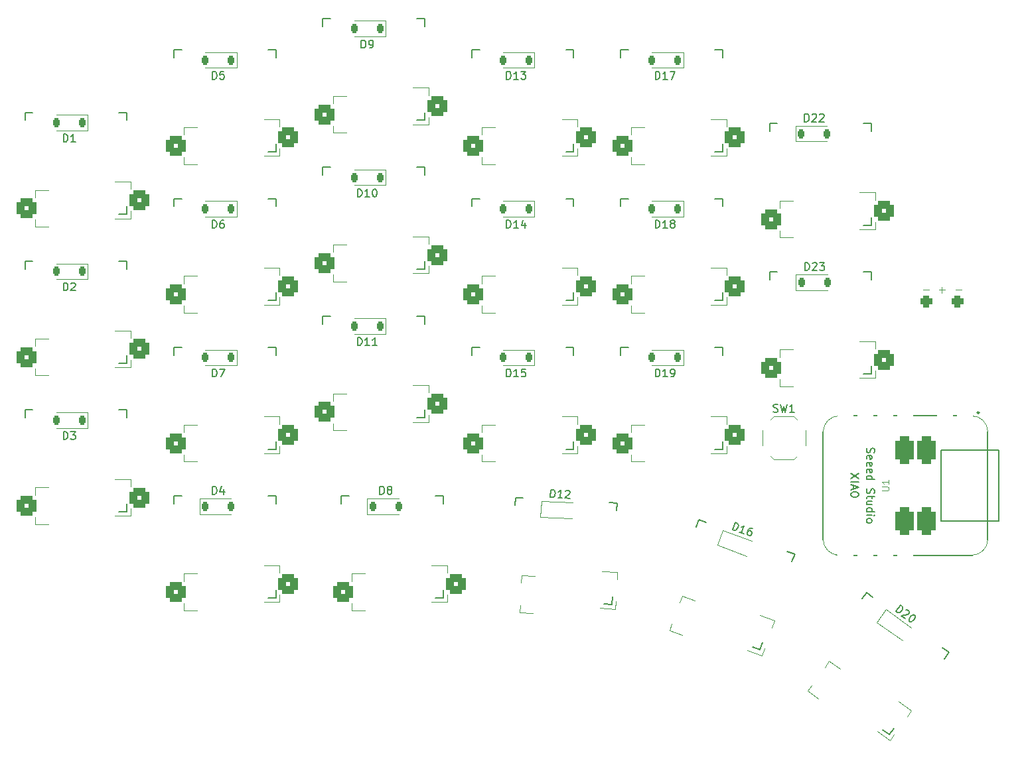
<source format=gbr>
%TF.GenerationSoftware,KiCad,Pcbnew,7.0.2-0*%
%TF.CreationDate,2024-02-18T21:26:20+01:00*%
%TF.ProjectId,defiant,64656669-616e-4742-9e6b-696361645f70,rev?*%
%TF.SameCoordinates,Original*%
%TF.FileFunction,Legend,Top*%
%TF.FilePolarity,Positive*%
%FSLAX46Y46*%
G04 Gerber Fmt 4.6, Leading zero omitted, Abs format (unit mm)*
G04 Created by KiCad (PCBNEW 7.0.2-0) date 2024-02-18 21:26:20*
%MOMM*%
%LPD*%
G01*
G04 APERTURE LIST*
G04 Aperture macros list*
%AMRoundRect*
0 Rectangle with rounded corners*
0 $1 Rounding radius*
0 $2 $3 $4 $5 $6 $7 $8 $9 X,Y pos of 4 corners*
0 Add a 4 corners polygon primitive as box body*
4,1,4,$2,$3,$4,$5,$6,$7,$8,$9,$2,$3,0*
0 Add four circle primitives for the rounded corners*
1,1,$1+$1,$2,$3*
1,1,$1+$1,$4,$5*
1,1,$1+$1,$6,$7*
1,1,$1+$1,$8,$9*
0 Add four rect primitives between the rounded corners*
20,1,$1+$1,$2,$3,$4,$5,0*
20,1,$1+$1,$4,$5,$6,$7,0*
20,1,$1+$1,$6,$7,$8,$9,0*
20,1,$1+$1,$8,$9,$2,$3,0*%
G04 Aperture macros list end*
%ADD10C,0.150000*%
%ADD11C,0.101600*%
%ADD12C,0.100000*%
%ADD13C,0.120000*%
%ADD14C,0.140000*%
%ADD15C,0.127000*%
%ADD16C,0.254000*%
%ADD17C,0.025400*%
%ADD18C,4.000000*%
%ADD19RoundRect,0.225000X-0.402448X-0.171130X-0.038391X-0.435633X0.402448X0.171130X0.038391X0.435633X0*%
%ADD20C,5.250000*%
%ADD21RoundRect,0.500000X-1.062296X-0.186149X0.151229X-1.067827X1.062296X0.186149X-0.151229X1.067827X0*%
%ADD22RoundRect,0.225000X0.225000X0.375000X-0.225000X0.375000X-0.225000X-0.375000X0.225000X-0.375000X0*%
%ADD23RoundRect,0.500000X-0.750000X-0.775000X0.750000X-0.775000X0.750000X0.775000X-0.750000X0.775000X0*%
%ADD24RoundRect,0.225000X-0.244318X-0.362710X0.205066X-0.386262X0.244318X0.362710X-0.205066X0.386262X0*%
%ADD25RoundRect,0.500000X-0.789533X-0.734686X0.708412X-0.813190X0.789533X0.734686X-0.708412X0.813190X0*%
%ADD26R,2.000000X3.000000*%
%ADD27C,2.000000*%
%ADD28RoundRect,0.575000X0.575000X-1.225000X0.575000X1.225000X-0.575000X1.225000X-0.575000X-1.225000X0*%
%ADD29RoundRect,0.225000X-0.225000X-0.375000X0.225000X-0.375000X0.225000X0.375000X-0.225000X0.375000X0*%
%ADD30R,1.700000X1.000000*%
%ADD31RoundRect,0.381000X0.381000X0.381000X-0.381000X0.381000X-0.381000X-0.381000X0.381000X-0.381000X0*%
%ADD32C,1.524000*%
%ADD33RoundRect,0.500000X-0.969835X-0.471747X0.439704X-0.984777X0.969835X0.471747X-0.439704X0.984777X0*%
%ADD34RoundRect,0.225000X-0.339688X-0.275430X0.083173X-0.429339X0.339688X0.275430X-0.083173X0.429339X0*%
%ADD35RoundRect,0.500000X0.750000X0.775000X-0.750000X0.775000X-0.750000X-0.775000X0.750000X-0.775000X0*%
%ADD36R,1.400000X1.400000*%
%ADD37C,1.400000*%
G04 APERTURE END LIST*
D10*
%TO.C,*%
%TO.C,D20*%
X194623897Y-127285093D02*
X195211682Y-126476076D01*
X195211682Y-126476076D02*
X195404305Y-126616025D01*
X195404305Y-126616025D02*
X195491889Y-126738519D01*
X195491889Y-126738519D02*
X195512959Y-126871548D01*
X195512959Y-126871548D02*
X195495504Y-126976587D01*
X195495504Y-126976587D02*
X195422070Y-127158675D01*
X195422070Y-127158675D02*
X195338100Y-127274249D01*
X195338100Y-127274249D02*
X195187617Y-127400357D01*
X195187617Y-127400357D02*
X195093113Y-127449417D01*
X195093113Y-127449417D02*
X194960084Y-127470486D01*
X194960084Y-127470486D02*
X194816520Y-127425042D01*
X194816520Y-127425042D02*
X194623897Y-127285093D01*
X195926195Y-127112921D02*
X195992710Y-127102386D01*
X195992710Y-127102386D02*
X196097749Y-127119841D01*
X196097749Y-127119841D02*
X196290372Y-127259790D01*
X196290372Y-127259790D02*
X196339431Y-127354294D01*
X196339431Y-127354294D02*
X196349966Y-127420808D01*
X196349966Y-127420808D02*
X196332511Y-127525847D01*
X196332511Y-127525847D02*
X196276531Y-127602896D01*
X196276531Y-127602896D02*
X196154037Y-127690480D01*
X196154037Y-127690480D02*
X195355865Y-127816899D01*
X195355865Y-127816899D02*
X195856685Y-128180766D01*
X196945290Y-127735616D02*
X197022339Y-127791595D01*
X197022339Y-127791595D02*
X197071399Y-127886099D01*
X197071399Y-127886099D02*
X197081934Y-127952614D01*
X197081934Y-127952614D02*
X197064479Y-128057653D01*
X197064479Y-128057653D02*
X196991044Y-128239741D01*
X196991044Y-128239741D02*
X196851095Y-128432364D01*
X196851095Y-128432364D02*
X196700612Y-128558473D01*
X196700612Y-128558473D02*
X196606108Y-128607532D01*
X196606108Y-128607532D02*
X196539593Y-128618067D01*
X196539593Y-128618067D02*
X196434554Y-128600612D01*
X196434554Y-128600612D02*
X196357505Y-128544633D01*
X196357505Y-128544633D02*
X196308445Y-128450129D01*
X196308445Y-128450129D02*
X196297911Y-128383614D01*
X196297911Y-128383614D02*
X196315366Y-128278575D01*
X196315366Y-128278575D02*
X196388800Y-128096487D01*
X196388800Y-128096487D02*
X196528749Y-127903864D01*
X196528749Y-127903864D02*
X196679233Y-127777755D01*
X196679233Y-127777755D02*
X196773737Y-127728696D01*
X196773737Y-127728696D02*
X196840251Y-127718161D01*
X196840251Y-127718161D02*
X196945290Y-127735616D01*
%TO.C,D3*%
X88430721Y-105323066D02*
X88430721Y-104323066D01*
X88430721Y-104323066D02*
X88668816Y-104323066D01*
X88668816Y-104323066D02*
X88811673Y-104370685D01*
X88811673Y-104370685D02*
X88906911Y-104465923D01*
X88906911Y-104465923D02*
X88954530Y-104561161D01*
X88954530Y-104561161D02*
X89002149Y-104751637D01*
X89002149Y-104751637D02*
X89002149Y-104894494D01*
X89002149Y-104894494D02*
X88954530Y-105084970D01*
X88954530Y-105084970D02*
X88906911Y-105180208D01*
X88906911Y-105180208D02*
X88811673Y-105275447D01*
X88811673Y-105275447D02*
X88668816Y-105323066D01*
X88668816Y-105323066D02*
X88430721Y-105323066D01*
X89335483Y-104323066D02*
X89954530Y-104323066D01*
X89954530Y-104323066D02*
X89621197Y-104704018D01*
X89621197Y-104704018D02*
X89764054Y-104704018D01*
X89764054Y-104704018D02*
X89859292Y-104751637D01*
X89859292Y-104751637D02*
X89906911Y-104799256D01*
X89906911Y-104799256D02*
X89954530Y-104894494D01*
X89954530Y-104894494D02*
X89954530Y-105132589D01*
X89954530Y-105132589D02*
X89906911Y-105227827D01*
X89906911Y-105227827D02*
X89859292Y-105275447D01*
X89859292Y-105275447D02*
X89764054Y-105323066D01*
X89764054Y-105323066D02*
X89478340Y-105323066D01*
X89478340Y-105323066D02*
X89383102Y-105275447D01*
X89383102Y-105275447D02*
X89335483Y-105227827D01*
%TO.C,D13*%
X144954530Y-59323066D02*
X144954530Y-58323066D01*
X144954530Y-58323066D02*
X145192625Y-58323066D01*
X145192625Y-58323066D02*
X145335482Y-58370685D01*
X145335482Y-58370685D02*
X145430720Y-58465923D01*
X145430720Y-58465923D02*
X145478339Y-58561161D01*
X145478339Y-58561161D02*
X145525958Y-58751637D01*
X145525958Y-58751637D02*
X145525958Y-58894494D01*
X145525958Y-58894494D02*
X145478339Y-59084970D01*
X145478339Y-59084970D02*
X145430720Y-59180208D01*
X145430720Y-59180208D02*
X145335482Y-59275447D01*
X145335482Y-59275447D02*
X145192625Y-59323066D01*
X145192625Y-59323066D02*
X144954530Y-59323066D01*
X146478339Y-59323066D02*
X145906911Y-59323066D01*
X146192625Y-59323066D02*
X146192625Y-58323066D01*
X146192625Y-58323066D02*
X146097387Y-58465923D01*
X146097387Y-58465923D02*
X146002149Y-58561161D01*
X146002149Y-58561161D02*
X145906911Y-58608780D01*
X146811673Y-58323066D02*
X147430720Y-58323066D01*
X147430720Y-58323066D02*
X147097387Y-58704018D01*
X147097387Y-58704018D02*
X147240244Y-58704018D01*
X147240244Y-58704018D02*
X147335482Y-58751637D01*
X147335482Y-58751637D02*
X147383101Y-58799256D01*
X147383101Y-58799256D02*
X147430720Y-58894494D01*
X147430720Y-58894494D02*
X147430720Y-59132589D01*
X147430720Y-59132589D02*
X147383101Y-59227827D01*
X147383101Y-59227827D02*
X147335482Y-59275447D01*
X147335482Y-59275447D02*
X147240244Y-59323066D01*
X147240244Y-59323066D02*
X146954530Y-59323066D01*
X146954530Y-59323066D02*
X146859292Y-59275447D01*
X146859292Y-59275447D02*
X146811673Y-59227827D01*
%TO.C,D12*%
X150562088Y-112724498D02*
X150614424Y-111725868D01*
X150614424Y-111725868D02*
X150852193Y-111738329D01*
X150852193Y-111738329D02*
X150992362Y-111793359D01*
X150992362Y-111793359D02*
X151082486Y-111893451D01*
X151082486Y-111893451D02*
X151125055Y-111991051D01*
X151125055Y-111991051D02*
X151162640Y-112183759D01*
X151162640Y-112183759D02*
X151155163Y-112326420D01*
X151155163Y-112326420D02*
X151097641Y-112514143D01*
X151097641Y-112514143D02*
X151045103Y-112606758D01*
X151045103Y-112606758D02*
X150945011Y-112696881D01*
X150945011Y-112696881D02*
X150799857Y-112736959D01*
X150799857Y-112736959D02*
X150562088Y-112724498D01*
X152083809Y-112804248D02*
X151513164Y-112774342D01*
X151798487Y-112789295D02*
X151850823Y-111790665D01*
X151850823Y-111790665D02*
X151748239Y-111928342D01*
X151748239Y-111928342D02*
X151648147Y-112018465D01*
X151648147Y-112018465D02*
X151550547Y-112061035D01*
X152511591Y-111920663D02*
X152561637Y-111875602D01*
X152561637Y-111875602D02*
X152659237Y-111833032D01*
X152659237Y-111833032D02*
X152897006Y-111845493D01*
X152897006Y-111845493D02*
X152989621Y-111898031D01*
X152989621Y-111898031D02*
X153034683Y-111948077D01*
X153034683Y-111948077D02*
X153077252Y-112045677D01*
X153077252Y-112045677D02*
X153072268Y-112140785D01*
X153072268Y-112140785D02*
X153017238Y-112280954D01*
X153017238Y-112280954D02*
X152416686Y-112821693D01*
X152416686Y-112821693D02*
X153034885Y-112854092D01*
%TO.C,D14*%
X144954529Y-78323066D02*
X144954529Y-77323066D01*
X144954529Y-77323066D02*
X145192624Y-77323066D01*
X145192624Y-77323066D02*
X145335481Y-77370685D01*
X145335481Y-77370685D02*
X145430719Y-77465923D01*
X145430719Y-77465923D02*
X145478338Y-77561161D01*
X145478338Y-77561161D02*
X145525957Y-77751637D01*
X145525957Y-77751637D02*
X145525957Y-77894494D01*
X145525957Y-77894494D02*
X145478338Y-78084970D01*
X145478338Y-78084970D02*
X145430719Y-78180208D01*
X145430719Y-78180208D02*
X145335481Y-78275447D01*
X145335481Y-78275447D02*
X145192624Y-78323066D01*
X145192624Y-78323066D02*
X144954529Y-78323066D01*
X146478338Y-78323066D02*
X145906910Y-78323066D01*
X146192624Y-78323066D02*
X146192624Y-77323066D01*
X146192624Y-77323066D02*
X146097386Y-77465923D01*
X146097386Y-77465923D02*
X146002148Y-77561161D01*
X146002148Y-77561161D02*
X145906910Y-77608780D01*
X147335481Y-77656399D02*
X147335481Y-78323066D01*
X147097386Y-77275447D02*
X146859291Y-77989732D01*
X146859291Y-77989732D02*
X147478338Y-77989732D01*
%TO.C,D11*%
X125954530Y-93323066D02*
X125954530Y-92323066D01*
X125954530Y-92323066D02*
X126192625Y-92323066D01*
X126192625Y-92323066D02*
X126335482Y-92370685D01*
X126335482Y-92370685D02*
X126430720Y-92465923D01*
X126430720Y-92465923D02*
X126478339Y-92561161D01*
X126478339Y-92561161D02*
X126525958Y-92751637D01*
X126525958Y-92751637D02*
X126525958Y-92894494D01*
X126525958Y-92894494D02*
X126478339Y-93084970D01*
X126478339Y-93084970D02*
X126430720Y-93180208D01*
X126430720Y-93180208D02*
X126335482Y-93275447D01*
X126335482Y-93275447D02*
X126192625Y-93323066D01*
X126192625Y-93323066D02*
X125954530Y-93323066D01*
X127478339Y-93323066D02*
X126906911Y-93323066D01*
X127192625Y-93323066D02*
X127192625Y-92323066D01*
X127192625Y-92323066D02*
X127097387Y-92465923D01*
X127097387Y-92465923D02*
X127002149Y-92561161D01*
X127002149Y-92561161D02*
X126906911Y-92608780D01*
X128430720Y-93323066D02*
X127859292Y-93323066D01*
X128145006Y-93323066D02*
X128145006Y-92323066D01*
X128145006Y-92323066D02*
X128049768Y-92465923D01*
X128049768Y-92465923D02*
X127954530Y-92561161D01*
X127954530Y-92561161D02*
X127859292Y-92608780D01*
D11*
%TO.C,U1*%
X192844718Y-111885656D02*
X193564385Y-111885656D01*
X193564385Y-111885656D02*
X193649051Y-111843323D01*
X193649051Y-111843323D02*
X193691385Y-111800989D01*
X193691385Y-111800989D02*
X193733718Y-111716323D01*
X193733718Y-111716323D02*
X193733718Y-111546989D01*
X193733718Y-111546989D02*
X193691385Y-111462323D01*
X193691385Y-111462323D02*
X193649051Y-111419989D01*
X193649051Y-111419989D02*
X193564385Y-111377656D01*
X193564385Y-111377656D02*
X192844718Y-111377656D01*
X193733718Y-110488656D02*
X193733718Y-110996656D01*
X193733718Y-110742656D02*
X192844718Y-110742656D01*
X192844718Y-110742656D02*
X192971718Y-110827323D01*
X192971718Y-110827323D02*
X193056385Y-110911990D01*
X193056385Y-110911990D02*
X193098718Y-110996656D01*
D10*
X189899829Y-109684514D02*
X188899829Y-110351180D01*
X189899829Y-110351180D02*
X188899829Y-109684514D01*
X188899829Y-110732133D02*
X189899829Y-110732133D01*
X189185544Y-111160704D02*
X189185544Y-111636894D01*
X188899829Y-111065466D02*
X189899829Y-111398799D01*
X189899829Y-111398799D02*
X188899829Y-111732132D01*
X189899829Y-112255942D02*
X189899829Y-112446418D01*
X189899829Y-112446418D02*
X189852210Y-112541656D01*
X189852210Y-112541656D02*
X189756972Y-112636894D01*
X189756972Y-112636894D02*
X189566496Y-112684513D01*
X189566496Y-112684513D02*
X189233163Y-112684513D01*
X189233163Y-112684513D02*
X189042687Y-112636894D01*
X189042687Y-112636894D02*
X188947449Y-112541656D01*
X188947449Y-112541656D02*
X188899829Y-112446418D01*
X188899829Y-112446418D02*
X188899829Y-112255942D01*
X188899829Y-112255942D02*
X188947449Y-112160704D01*
X188947449Y-112160704D02*
X189042687Y-112065466D01*
X189042687Y-112065466D02*
X189233163Y-112017847D01*
X189233163Y-112017847D02*
X189566496Y-112017847D01*
X189566496Y-112017847D02*
X189756972Y-112065466D01*
X189756972Y-112065466D02*
X189852210Y-112160704D01*
X189852210Y-112160704D02*
X189899829Y-112255942D01*
X190947449Y-106446418D02*
X190899829Y-106589275D01*
X190899829Y-106589275D02*
X190899829Y-106827370D01*
X190899829Y-106827370D02*
X190947449Y-106922608D01*
X190947449Y-106922608D02*
X190995068Y-106970227D01*
X190995068Y-106970227D02*
X191090306Y-107017846D01*
X191090306Y-107017846D02*
X191185544Y-107017846D01*
X191185544Y-107017846D02*
X191280782Y-106970227D01*
X191280782Y-106970227D02*
X191328401Y-106922608D01*
X191328401Y-106922608D02*
X191376020Y-106827370D01*
X191376020Y-106827370D02*
X191423639Y-106636894D01*
X191423639Y-106636894D02*
X191471258Y-106541656D01*
X191471258Y-106541656D02*
X191518877Y-106494037D01*
X191518877Y-106494037D02*
X191614115Y-106446418D01*
X191614115Y-106446418D02*
X191709353Y-106446418D01*
X191709353Y-106446418D02*
X191804591Y-106494037D01*
X191804591Y-106494037D02*
X191852210Y-106541656D01*
X191852210Y-106541656D02*
X191899829Y-106636894D01*
X191899829Y-106636894D02*
X191899829Y-106874989D01*
X191899829Y-106874989D02*
X191852210Y-107017846D01*
X190947449Y-107827370D02*
X190899829Y-107732132D01*
X190899829Y-107732132D02*
X190899829Y-107541656D01*
X190899829Y-107541656D02*
X190947449Y-107446418D01*
X190947449Y-107446418D02*
X191042687Y-107398799D01*
X191042687Y-107398799D02*
X191423639Y-107398799D01*
X191423639Y-107398799D02*
X191518877Y-107446418D01*
X191518877Y-107446418D02*
X191566496Y-107541656D01*
X191566496Y-107541656D02*
X191566496Y-107732132D01*
X191566496Y-107732132D02*
X191518877Y-107827370D01*
X191518877Y-107827370D02*
X191423639Y-107874989D01*
X191423639Y-107874989D02*
X191328401Y-107874989D01*
X191328401Y-107874989D02*
X191233163Y-107398799D01*
X190947449Y-108684513D02*
X190899829Y-108589275D01*
X190899829Y-108589275D02*
X190899829Y-108398799D01*
X190899829Y-108398799D02*
X190947449Y-108303561D01*
X190947449Y-108303561D02*
X191042687Y-108255942D01*
X191042687Y-108255942D02*
X191423639Y-108255942D01*
X191423639Y-108255942D02*
X191518877Y-108303561D01*
X191518877Y-108303561D02*
X191566496Y-108398799D01*
X191566496Y-108398799D02*
X191566496Y-108589275D01*
X191566496Y-108589275D02*
X191518877Y-108684513D01*
X191518877Y-108684513D02*
X191423639Y-108732132D01*
X191423639Y-108732132D02*
X191328401Y-108732132D01*
X191328401Y-108732132D02*
X191233163Y-108255942D01*
X190947449Y-109541656D02*
X190899829Y-109446418D01*
X190899829Y-109446418D02*
X190899829Y-109255942D01*
X190899829Y-109255942D02*
X190947449Y-109160704D01*
X190947449Y-109160704D02*
X191042687Y-109113085D01*
X191042687Y-109113085D02*
X191423639Y-109113085D01*
X191423639Y-109113085D02*
X191518877Y-109160704D01*
X191518877Y-109160704D02*
X191566496Y-109255942D01*
X191566496Y-109255942D02*
X191566496Y-109446418D01*
X191566496Y-109446418D02*
X191518877Y-109541656D01*
X191518877Y-109541656D02*
X191423639Y-109589275D01*
X191423639Y-109589275D02*
X191328401Y-109589275D01*
X191328401Y-109589275D02*
X191233163Y-109113085D01*
X190899829Y-110446418D02*
X191899829Y-110446418D01*
X190947449Y-110446418D02*
X190899829Y-110351180D01*
X190899829Y-110351180D02*
X190899829Y-110160704D01*
X190899829Y-110160704D02*
X190947449Y-110065466D01*
X190947449Y-110065466D02*
X190995068Y-110017847D01*
X190995068Y-110017847D02*
X191090306Y-109970228D01*
X191090306Y-109970228D02*
X191376020Y-109970228D01*
X191376020Y-109970228D02*
X191471258Y-110017847D01*
X191471258Y-110017847D02*
X191518877Y-110065466D01*
X191518877Y-110065466D02*
X191566496Y-110160704D01*
X191566496Y-110160704D02*
X191566496Y-110351180D01*
X191566496Y-110351180D02*
X191518877Y-110446418D01*
X190947449Y-111636895D02*
X190899829Y-111779752D01*
X190899829Y-111779752D02*
X190899829Y-112017847D01*
X190899829Y-112017847D02*
X190947449Y-112113085D01*
X190947449Y-112113085D02*
X190995068Y-112160704D01*
X190995068Y-112160704D02*
X191090306Y-112208323D01*
X191090306Y-112208323D02*
X191185544Y-112208323D01*
X191185544Y-112208323D02*
X191280782Y-112160704D01*
X191280782Y-112160704D02*
X191328401Y-112113085D01*
X191328401Y-112113085D02*
X191376020Y-112017847D01*
X191376020Y-112017847D02*
X191423639Y-111827371D01*
X191423639Y-111827371D02*
X191471258Y-111732133D01*
X191471258Y-111732133D02*
X191518877Y-111684514D01*
X191518877Y-111684514D02*
X191614115Y-111636895D01*
X191614115Y-111636895D02*
X191709353Y-111636895D01*
X191709353Y-111636895D02*
X191804591Y-111684514D01*
X191804591Y-111684514D02*
X191852210Y-111732133D01*
X191852210Y-111732133D02*
X191899829Y-111827371D01*
X191899829Y-111827371D02*
X191899829Y-112065466D01*
X191899829Y-112065466D02*
X191852210Y-112208323D01*
X191566496Y-112494038D02*
X191566496Y-112874990D01*
X191899829Y-112636895D02*
X191042687Y-112636895D01*
X191042687Y-112636895D02*
X190947449Y-112684514D01*
X190947449Y-112684514D02*
X190899829Y-112779752D01*
X190899829Y-112779752D02*
X190899829Y-112874990D01*
X191566496Y-113636895D02*
X190899829Y-113636895D01*
X191566496Y-113208324D02*
X191042687Y-113208324D01*
X191042687Y-113208324D02*
X190947449Y-113255943D01*
X190947449Y-113255943D02*
X190899829Y-113351181D01*
X190899829Y-113351181D02*
X190899829Y-113494038D01*
X190899829Y-113494038D02*
X190947449Y-113589276D01*
X190947449Y-113589276D02*
X190995068Y-113636895D01*
X190899829Y-114541657D02*
X191899829Y-114541657D01*
X190947449Y-114541657D02*
X190899829Y-114446419D01*
X190899829Y-114446419D02*
X190899829Y-114255943D01*
X190899829Y-114255943D02*
X190947449Y-114160705D01*
X190947449Y-114160705D02*
X190995068Y-114113086D01*
X190995068Y-114113086D02*
X191090306Y-114065467D01*
X191090306Y-114065467D02*
X191376020Y-114065467D01*
X191376020Y-114065467D02*
X191471258Y-114113086D01*
X191471258Y-114113086D02*
X191518877Y-114160705D01*
X191518877Y-114160705D02*
X191566496Y-114255943D01*
X191566496Y-114255943D02*
X191566496Y-114446419D01*
X191566496Y-114446419D02*
X191518877Y-114541657D01*
X190899829Y-115017848D02*
X191566496Y-115017848D01*
X191899829Y-115017848D02*
X191852210Y-114970229D01*
X191852210Y-114970229D02*
X191804591Y-115017848D01*
X191804591Y-115017848D02*
X191852210Y-115065467D01*
X191852210Y-115065467D02*
X191899829Y-115017848D01*
X191899829Y-115017848D02*
X191804591Y-115017848D01*
X190899829Y-115636895D02*
X190947449Y-115541657D01*
X190947449Y-115541657D02*
X190995068Y-115494038D01*
X190995068Y-115494038D02*
X191090306Y-115446419D01*
X191090306Y-115446419D02*
X191376020Y-115446419D01*
X191376020Y-115446419D02*
X191471258Y-115494038D01*
X191471258Y-115494038D02*
X191518877Y-115541657D01*
X191518877Y-115541657D02*
X191566496Y-115636895D01*
X191566496Y-115636895D02*
X191566496Y-115779752D01*
X191566496Y-115779752D02*
X191518877Y-115874990D01*
X191518877Y-115874990D02*
X191471258Y-115922609D01*
X191471258Y-115922609D02*
X191376020Y-115970228D01*
X191376020Y-115970228D02*
X191090306Y-115970228D01*
X191090306Y-115970228D02*
X190995068Y-115922609D01*
X190995068Y-115922609D02*
X190947449Y-115874990D01*
X190947449Y-115874990D02*
X190899829Y-115779752D01*
X190899829Y-115779752D02*
X190899829Y-115636895D01*
%TO.C,D7*%
X107430721Y-97323067D02*
X107430721Y-96323067D01*
X107430721Y-96323067D02*
X107668816Y-96323067D01*
X107668816Y-96323067D02*
X107811673Y-96370686D01*
X107811673Y-96370686D02*
X107906911Y-96465924D01*
X107906911Y-96465924D02*
X107954530Y-96561162D01*
X107954530Y-96561162D02*
X108002149Y-96751638D01*
X108002149Y-96751638D02*
X108002149Y-96894495D01*
X108002149Y-96894495D02*
X107954530Y-97084971D01*
X107954530Y-97084971D02*
X107906911Y-97180209D01*
X107906911Y-97180209D02*
X107811673Y-97275448D01*
X107811673Y-97275448D02*
X107668816Y-97323067D01*
X107668816Y-97323067D02*
X107430721Y-97323067D01*
X108335483Y-96323067D02*
X109002149Y-96323067D01*
X109002149Y-96323067D02*
X108573578Y-97323067D01*
%TO.C,D5*%
X107430720Y-59323066D02*
X107430720Y-58323066D01*
X107430720Y-58323066D02*
X107668815Y-58323066D01*
X107668815Y-58323066D02*
X107811672Y-58370685D01*
X107811672Y-58370685D02*
X107906910Y-58465923D01*
X107906910Y-58465923D02*
X107954529Y-58561161D01*
X107954529Y-58561161D02*
X108002148Y-58751637D01*
X108002148Y-58751637D02*
X108002148Y-58894494D01*
X108002148Y-58894494D02*
X107954529Y-59084970D01*
X107954529Y-59084970D02*
X107906910Y-59180208D01*
X107906910Y-59180208D02*
X107811672Y-59275447D01*
X107811672Y-59275447D02*
X107668815Y-59323066D01*
X107668815Y-59323066D02*
X107430720Y-59323066D01*
X108906910Y-58323066D02*
X108430720Y-58323066D01*
X108430720Y-58323066D02*
X108383101Y-58799256D01*
X108383101Y-58799256D02*
X108430720Y-58751637D01*
X108430720Y-58751637D02*
X108525958Y-58704018D01*
X108525958Y-58704018D02*
X108764053Y-58704018D01*
X108764053Y-58704018D02*
X108859291Y-58751637D01*
X108859291Y-58751637D02*
X108906910Y-58799256D01*
X108906910Y-58799256D02*
X108954529Y-58894494D01*
X108954529Y-58894494D02*
X108954529Y-59132589D01*
X108954529Y-59132589D02*
X108906910Y-59227827D01*
X108906910Y-59227827D02*
X108859291Y-59275447D01*
X108859291Y-59275447D02*
X108764053Y-59323066D01*
X108764053Y-59323066D02*
X108525958Y-59323066D01*
X108525958Y-59323066D02*
X108430720Y-59275447D01*
X108430720Y-59275447D02*
X108383101Y-59227827D01*
%TO.C,D10*%
X125954530Y-74323067D02*
X125954530Y-73323067D01*
X125954530Y-73323067D02*
X126192625Y-73323067D01*
X126192625Y-73323067D02*
X126335482Y-73370686D01*
X126335482Y-73370686D02*
X126430720Y-73465924D01*
X126430720Y-73465924D02*
X126478339Y-73561162D01*
X126478339Y-73561162D02*
X126525958Y-73751638D01*
X126525958Y-73751638D02*
X126525958Y-73894495D01*
X126525958Y-73894495D02*
X126478339Y-74084971D01*
X126478339Y-74084971D02*
X126430720Y-74180209D01*
X126430720Y-74180209D02*
X126335482Y-74275448D01*
X126335482Y-74275448D02*
X126192625Y-74323067D01*
X126192625Y-74323067D02*
X125954530Y-74323067D01*
X127478339Y-74323067D02*
X126906911Y-74323067D01*
X127192625Y-74323067D02*
X127192625Y-73323067D01*
X127192625Y-73323067D02*
X127097387Y-73465924D01*
X127097387Y-73465924D02*
X127002149Y-73561162D01*
X127002149Y-73561162D02*
X126906911Y-73608781D01*
X128097387Y-73323067D02*
X128192625Y-73323067D01*
X128192625Y-73323067D02*
X128287863Y-73370686D01*
X128287863Y-73370686D02*
X128335482Y-73418305D01*
X128335482Y-73418305D02*
X128383101Y-73513543D01*
X128383101Y-73513543D02*
X128430720Y-73704019D01*
X128430720Y-73704019D02*
X128430720Y-73942114D01*
X128430720Y-73942114D02*
X128383101Y-74132590D01*
X128383101Y-74132590D02*
X128335482Y-74227828D01*
X128335482Y-74227828D02*
X128287863Y-74275448D01*
X128287863Y-74275448D02*
X128192625Y-74323067D01*
X128192625Y-74323067D02*
X128097387Y-74323067D01*
X128097387Y-74323067D02*
X128002149Y-74275448D01*
X128002149Y-74275448D02*
X127954530Y-74227828D01*
X127954530Y-74227828D02*
X127906911Y-74132590D01*
X127906911Y-74132590D02*
X127859292Y-73942114D01*
X127859292Y-73942114D02*
X127859292Y-73704019D01*
X127859292Y-73704019D02*
X127906911Y-73513543D01*
X127906911Y-73513543D02*
X127954530Y-73418305D01*
X127954530Y-73418305D02*
X128002149Y-73370686D01*
X128002149Y-73370686D02*
X128097387Y-73323067D01*
%TO.C,D15*%
X144954529Y-97323066D02*
X144954529Y-96323066D01*
X144954529Y-96323066D02*
X145192624Y-96323066D01*
X145192624Y-96323066D02*
X145335481Y-96370685D01*
X145335481Y-96370685D02*
X145430719Y-96465923D01*
X145430719Y-96465923D02*
X145478338Y-96561161D01*
X145478338Y-96561161D02*
X145525957Y-96751637D01*
X145525957Y-96751637D02*
X145525957Y-96894494D01*
X145525957Y-96894494D02*
X145478338Y-97084970D01*
X145478338Y-97084970D02*
X145430719Y-97180208D01*
X145430719Y-97180208D02*
X145335481Y-97275447D01*
X145335481Y-97275447D02*
X145192624Y-97323066D01*
X145192624Y-97323066D02*
X144954529Y-97323066D01*
X146478338Y-97323066D02*
X145906910Y-97323066D01*
X146192624Y-97323066D02*
X146192624Y-96323066D01*
X146192624Y-96323066D02*
X146097386Y-96465923D01*
X146097386Y-96465923D02*
X146002148Y-96561161D01*
X146002148Y-96561161D02*
X145906910Y-96608780D01*
X147383100Y-96323066D02*
X146906910Y-96323066D01*
X146906910Y-96323066D02*
X146859291Y-96799256D01*
X146859291Y-96799256D02*
X146906910Y-96751637D01*
X146906910Y-96751637D02*
X147002148Y-96704018D01*
X147002148Y-96704018D02*
X147240243Y-96704018D01*
X147240243Y-96704018D02*
X147335481Y-96751637D01*
X147335481Y-96751637D02*
X147383100Y-96799256D01*
X147383100Y-96799256D02*
X147430719Y-96894494D01*
X147430719Y-96894494D02*
X147430719Y-97132589D01*
X147430719Y-97132589D02*
X147383100Y-97227827D01*
X147383100Y-97227827D02*
X147335481Y-97275447D01*
X147335481Y-97275447D02*
X147240243Y-97323066D01*
X147240243Y-97323066D02*
X147002148Y-97323066D01*
X147002148Y-97323066D02*
X146906910Y-97275447D01*
X146906910Y-97275447D02*
X146859291Y-97227827D01*
%TO.C,D17*%
X163954529Y-59323067D02*
X163954529Y-58323067D01*
X163954529Y-58323067D02*
X164192624Y-58323067D01*
X164192624Y-58323067D02*
X164335481Y-58370686D01*
X164335481Y-58370686D02*
X164430719Y-58465924D01*
X164430719Y-58465924D02*
X164478338Y-58561162D01*
X164478338Y-58561162D02*
X164525957Y-58751638D01*
X164525957Y-58751638D02*
X164525957Y-58894495D01*
X164525957Y-58894495D02*
X164478338Y-59084971D01*
X164478338Y-59084971D02*
X164430719Y-59180209D01*
X164430719Y-59180209D02*
X164335481Y-59275448D01*
X164335481Y-59275448D02*
X164192624Y-59323067D01*
X164192624Y-59323067D02*
X163954529Y-59323067D01*
X165478338Y-59323067D02*
X164906910Y-59323067D01*
X165192624Y-59323067D02*
X165192624Y-58323067D01*
X165192624Y-58323067D02*
X165097386Y-58465924D01*
X165097386Y-58465924D02*
X165002148Y-58561162D01*
X165002148Y-58561162D02*
X164906910Y-58608781D01*
X165811672Y-58323067D02*
X166478338Y-58323067D01*
X166478338Y-58323067D02*
X166049767Y-59323067D01*
%TO.C,*%
%TO.C,D8*%
X128805720Y-112323067D02*
X128805720Y-111323067D01*
X128805720Y-111323067D02*
X129043815Y-111323067D01*
X129043815Y-111323067D02*
X129186672Y-111370686D01*
X129186672Y-111370686D02*
X129281910Y-111465924D01*
X129281910Y-111465924D02*
X129329529Y-111561162D01*
X129329529Y-111561162D02*
X129377148Y-111751638D01*
X129377148Y-111751638D02*
X129377148Y-111894495D01*
X129377148Y-111894495D02*
X129329529Y-112084971D01*
X129329529Y-112084971D02*
X129281910Y-112180209D01*
X129281910Y-112180209D02*
X129186672Y-112275448D01*
X129186672Y-112275448D02*
X129043815Y-112323067D01*
X129043815Y-112323067D02*
X128805720Y-112323067D01*
X129948577Y-111751638D02*
X129853339Y-111704019D01*
X129853339Y-111704019D02*
X129805720Y-111656400D01*
X129805720Y-111656400D02*
X129758101Y-111561162D01*
X129758101Y-111561162D02*
X129758101Y-111513543D01*
X129758101Y-111513543D02*
X129805720Y-111418305D01*
X129805720Y-111418305D02*
X129853339Y-111370686D01*
X129853339Y-111370686D02*
X129948577Y-111323067D01*
X129948577Y-111323067D02*
X130139053Y-111323067D01*
X130139053Y-111323067D02*
X130234291Y-111370686D01*
X130234291Y-111370686D02*
X130281910Y-111418305D01*
X130281910Y-111418305D02*
X130329529Y-111513543D01*
X130329529Y-111513543D02*
X130329529Y-111561162D01*
X130329529Y-111561162D02*
X130281910Y-111656400D01*
X130281910Y-111656400D02*
X130234291Y-111704019D01*
X130234291Y-111704019D02*
X130139053Y-111751638D01*
X130139053Y-111751638D02*
X129948577Y-111751638D01*
X129948577Y-111751638D02*
X129853339Y-111799257D01*
X129853339Y-111799257D02*
X129805720Y-111846876D01*
X129805720Y-111846876D02*
X129758101Y-111942114D01*
X129758101Y-111942114D02*
X129758101Y-112132590D01*
X129758101Y-112132590D02*
X129805720Y-112227828D01*
X129805720Y-112227828D02*
X129853339Y-112275448D01*
X129853339Y-112275448D02*
X129948577Y-112323067D01*
X129948577Y-112323067D02*
X130139053Y-112323067D01*
X130139053Y-112323067D02*
X130234291Y-112275448D01*
X130234291Y-112275448D02*
X130281910Y-112227828D01*
X130281910Y-112227828D02*
X130329529Y-112132590D01*
X130329529Y-112132590D02*
X130329529Y-111942114D01*
X130329529Y-111942114D02*
X130281910Y-111846876D01*
X130281910Y-111846876D02*
X130234291Y-111799257D01*
X130234291Y-111799257D02*
X130139053Y-111751638D01*
%TO.C,D4*%
X107430721Y-112323066D02*
X107430721Y-111323066D01*
X107430721Y-111323066D02*
X107668816Y-111323066D01*
X107668816Y-111323066D02*
X107811673Y-111370685D01*
X107811673Y-111370685D02*
X107906911Y-111465923D01*
X107906911Y-111465923D02*
X107954530Y-111561161D01*
X107954530Y-111561161D02*
X108002149Y-111751637D01*
X108002149Y-111751637D02*
X108002149Y-111894494D01*
X108002149Y-111894494D02*
X107954530Y-112084970D01*
X107954530Y-112084970D02*
X107906911Y-112180208D01*
X107906911Y-112180208D02*
X107811673Y-112275447D01*
X107811673Y-112275447D02*
X107668816Y-112323066D01*
X107668816Y-112323066D02*
X107430721Y-112323066D01*
X108859292Y-111656399D02*
X108859292Y-112323066D01*
X108621197Y-111275447D02*
X108383102Y-111989732D01*
X108383102Y-111989732D02*
X109002149Y-111989732D01*
%TO.C,D9*%
X126430720Y-55323067D02*
X126430720Y-54323067D01*
X126430720Y-54323067D02*
X126668815Y-54323067D01*
X126668815Y-54323067D02*
X126811672Y-54370686D01*
X126811672Y-54370686D02*
X126906910Y-54465924D01*
X126906910Y-54465924D02*
X126954529Y-54561162D01*
X126954529Y-54561162D02*
X127002148Y-54751638D01*
X127002148Y-54751638D02*
X127002148Y-54894495D01*
X127002148Y-54894495D02*
X126954529Y-55084971D01*
X126954529Y-55084971D02*
X126906910Y-55180209D01*
X126906910Y-55180209D02*
X126811672Y-55275448D01*
X126811672Y-55275448D02*
X126668815Y-55323067D01*
X126668815Y-55323067D02*
X126430720Y-55323067D01*
X127478339Y-55323067D02*
X127668815Y-55323067D01*
X127668815Y-55323067D02*
X127764053Y-55275448D01*
X127764053Y-55275448D02*
X127811672Y-55227828D01*
X127811672Y-55227828D02*
X127906910Y-55084971D01*
X127906910Y-55084971D02*
X127954529Y-54894495D01*
X127954529Y-54894495D02*
X127954529Y-54513543D01*
X127954529Y-54513543D02*
X127906910Y-54418305D01*
X127906910Y-54418305D02*
X127859291Y-54370686D01*
X127859291Y-54370686D02*
X127764053Y-54323067D01*
X127764053Y-54323067D02*
X127573577Y-54323067D01*
X127573577Y-54323067D02*
X127478339Y-54370686D01*
X127478339Y-54370686D02*
X127430720Y-54418305D01*
X127430720Y-54418305D02*
X127383101Y-54513543D01*
X127383101Y-54513543D02*
X127383101Y-54751638D01*
X127383101Y-54751638D02*
X127430720Y-54846876D01*
X127430720Y-54846876D02*
X127478339Y-54894495D01*
X127478339Y-54894495D02*
X127573577Y-54942114D01*
X127573577Y-54942114D02*
X127764053Y-54942114D01*
X127764053Y-54942114D02*
X127859291Y-54894495D01*
X127859291Y-54894495D02*
X127906910Y-54846876D01*
X127906910Y-54846876D02*
X127954529Y-54751638D01*
%TO.C,SW1*%
X179006667Y-101785000D02*
X179149524Y-101832619D01*
X179149524Y-101832619D02*
X179387619Y-101832619D01*
X179387619Y-101832619D02*
X179482857Y-101785000D01*
X179482857Y-101785000D02*
X179530476Y-101737380D01*
X179530476Y-101737380D02*
X179578095Y-101642142D01*
X179578095Y-101642142D02*
X179578095Y-101546904D01*
X179578095Y-101546904D02*
X179530476Y-101451666D01*
X179530476Y-101451666D02*
X179482857Y-101404047D01*
X179482857Y-101404047D02*
X179387619Y-101356428D01*
X179387619Y-101356428D02*
X179197143Y-101308809D01*
X179197143Y-101308809D02*
X179101905Y-101261190D01*
X179101905Y-101261190D02*
X179054286Y-101213571D01*
X179054286Y-101213571D02*
X179006667Y-101118333D01*
X179006667Y-101118333D02*
X179006667Y-101023095D01*
X179006667Y-101023095D02*
X179054286Y-100927857D01*
X179054286Y-100927857D02*
X179101905Y-100880238D01*
X179101905Y-100880238D02*
X179197143Y-100832619D01*
X179197143Y-100832619D02*
X179435238Y-100832619D01*
X179435238Y-100832619D02*
X179578095Y-100880238D01*
X179911429Y-100832619D02*
X180149524Y-101832619D01*
X180149524Y-101832619D02*
X180340000Y-101118333D01*
X180340000Y-101118333D02*
X180530476Y-101832619D01*
X180530476Y-101832619D02*
X180768572Y-100832619D01*
X181673333Y-101832619D02*
X181101905Y-101832619D01*
X181387619Y-101832619D02*
X181387619Y-100832619D01*
X181387619Y-100832619D02*
X181292381Y-100975476D01*
X181292381Y-100975476D02*
X181197143Y-101070714D01*
X181197143Y-101070714D02*
X181101905Y-101118333D01*
%TO.C,D2*%
X88430720Y-86323067D02*
X88430720Y-85323067D01*
X88430720Y-85323067D02*
X88668815Y-85323067D01*
X88668815Y-85323067D02*
X88811672Y-85370686D01*
X88811672Y-85370686D02*
X88906910Y-85465924D01*
X88906910Y-85465924D02*
X88954529Y-85561162D01*
X88954529Y-85561162D02*
X89002148Y-85751638D01*
X89002148Y-85751638D02*
X89002148Y-85894495D01*
X89002148Y-85894495D02*
X88954529Y-86084971D01*
X88954529Y-86084971D02*
X88906910Y-86180209D01*
X88906910Y-86180209D02*
X88811672Y-86275448D01*
X88811672Y-86275448D02*
X88668815Y-86323067D01*
X88668815Y-86323067D02*
X88430720Y-86323067D01*
X89383101Y-85418305D02*
X89430720Y-85370686D01*
X89430720Y-85370686D02*
X89525958Y-85323067D01*
X89525958Y-85323067D02*
X89764053Y-85323067D01*
X89764053Y-85323067D02*
X89859291Y-85370686D01*
X89859291Y-85370686D02*
X89906910Y-85418305D01*
X89906910Y-85418305D02*
X89954529Y-85513543D01*
X89954529Y-85513543D02*
X89954529Y-85608781D01*
X89954529Y-85608781D02*
X89906910Y-85751638D01*
X89906910Y-85751638D02*
X89335482Y-86323067D01*
X89335482Y-86323067D02*
X89954529Y-86323067D01*
%TO.C,D22*%
X182989535Y-64735942D02*
X182989535Y-63735942D01*
X182989535Y-63735942D02*
X183227630Y-63735942D01*
X183227630Y-63735942D02*
X183370487Y-63783561D01*
X183370487Y-63783561D02*
X183465725Y-63878799D01*
X183465725Y-63878799D02*
X183513344Y-63974037D01*
X183513344Y-63974037D02*
X183560963Y-64164513D01*
X183560963Y-64164513D02*
X183560963Y-64307370D01*
X183560963Y-64307370D02*
X183513344Y-64497846D01*
X183513344Y-64497846D02*
X183465725Y-64593084D01*
X183465725Y-64593084D02*
X183370487Y-64688323D01*
X183370487Y-64688323D02*
X183227630Y-64735942D01*
X183227630Y-64735942D02*
X182989535Y-64735942D01*
X183941916Y-63831180D02*
X183989535Y-63783561D01*
X183989535Y-63783561D02*
X184084773Y-63735942D01*
X184084773Y-63735942D02*
X184322868Y-63735942D01*
X184322868Y-63735942D02*
X184418106Y-63783561D01*
X184418106Y-63783561D02*
X184465725Y-63831180D01*
X184465725Y-63831180D02*
X184513344Y-63926418D01*
X184513344Y-63926418D02*
X184513344Y-64021656D01*
X184513344Y-64021656D02*
X184465725Y-64164513D01*
X184465725Y-64164513D02*
X183894297Y-64735942D01*
X183894297Y-64735942D02*
X184513344Y-64735942D01*
X184894297Y-63831180D02*
X184941916Y-63783561D01*
X184941916Y-63783561D02*
X185037154Y-63735942D01*
X185037154Y-63735942D02*
X185275249Y-63735942D01*
X185275249Y-63735942D02*
X185370487Y-63783561D01*
X185370487Y-63783561D02*
X185418106Y-63831180D01*
X185418106Y-63831180D02*
X185465725Y-63926418D01*
X185465725Y-63926418D02*
X185465725Y-64021656D01*
X185465725Y-64021656D02*
X185418106Y-64164513D01*
X185418106Y-64164513D02*
X184846678Y-64735942D01*
X184846678Y-64735942D02*
X185465725Y-64735942D01*
D12*
%TO.C,J1*%
X202981904Y-86213333D02*
X202220000Y-86213333D01*
X198881904Y-86213333D02*
X198120000Y-86213333D01*
X200881904Y-86213333D02*
X200120000Y-86213333D01*
X200500952Y-85832380D02*
X200500952Y-86594285D01*
D10*
%TO.C,D19*%
X163954530Y-97323066D02*
X163954530Y-96323066D01*
X163954530Y-96323066D02*
X164192625Y-96323066D01*
X164192625Y-96323066D02*
X164335482Y-96370685D01*
X164335482Y-96370685D02*
X164430720Y-96465923D01*
X164430720Y-96465923D02*
X164478339Y-96561161D01*
X164478339Y-96561161D02*
X164525958Y-96751637D01*
X164525958Y-96751637D02*
X164525958Y-96894494D01*
X164525958Y-96894494D02*
X164478339Y-97084970D01*
X164478339Y-97084970D02*
X164430720Y-97180208D01*
X164430720Y-97180208D02*
X164335482Y-97275447D01*
X164335482Y-97275447D02*
X164192625Y-97323066D01*
X164192625Y-97323066D02*
X163954530Y-97323066D01*
X165478339Y-97323066D02*
X164906911Y-97323066D01*
X165192625Y-97323066D02*
X165192625Y-96323066D01*
X165192625Y-96323066D02*
X165097387Y-96465923D01*
X165097387Y-96465923D02*
X165002149Y-96561161D01*
X165002149Y-96561161D02*
X164906911Y-96608780D01*
X165954530Y-97323066D02*
X166145006Y-97323066D01*
X166145006Y-97323066D02*
X166240244Y-97275447D01*
X166240244Y-97275447D02*
X166287863Y-97227827D01*
X166287863Y-97227827D02*
X166383101Y-97084970D01*
X166383101Y-97084970D02*
X166430720Y-96894494D01*
X166430720Y-96894494D02*
X166430720Y-96513542D01*
X166430720Y-96513542D02*
X166383101Y-96418304D01*
X166383101Y-96418304D02*
X166335482Y-96370685D01*
X166335482Y-96370685D02*
X166240244Y-96323066D01*
X166240244Y-96323066D02*
X166049768Y-96323066D01*
X166049768Y-96323066D02*
X165954530Y-96370685D01*
X165954530Y-96370685D02*
X165906911Y-96418304D01*
X165906911Y-96418304D02*
X165859292Y-96513542D01*
X165859292Y-96513542D02*
X165859292Y-96751637D01*
X165859292Y-96751637D02*
X165906911Y-96846875D01*
X165906911Y-96846875D02*
X165954530Y-96894494D01*
X165954530Y-96894494D02*
X166049768Y-96942113D01*
X166049768Y-96942113D02*
X166240244Y-96942113D01*
X166240244Y-96942113D02*
X166335482Y-96894494D01*
X166335482Y-96894494D02*
X166383101Y-96846875D01*
X166383101Y-96846875D02*
X166430720Y-96751637D01*
%TO.C,D6*%
X107430721Y-78323067D02*
X107430721Y-77323067D01*
X107430721Y-77323067D02*
X107668816Y-77323067D01*
X107668816Y-77323067D02*
X107811673Y-77370686D01*
X107811673Y-77370686D02*
X107906911Y-77465924D01*
X107906911Y-77465924D02*
X107954530Y-77561162D01*
X107954530Y-77561162D02*
X108002149Y-77751638D01*
X108002149Y-77751638D02*
X108002149Y-77894495D01*
X108002149Y-77894495D02*
X107954530Y-78084971D01*
X107954530Y-78084971D02*
X107906911Y-78180209D01*
X107906911Y-78180209D02*
X107811673Y-78275448D01*
X107811673Y-78275448D02*
X107668816Y-78323067D01*
X107668816Y-78323067D02*
X107430721Y-78323067D01*
X108859292Y-77323067D02*
X108668816Y-77323067D01*
X108668816Y-77323067D02*
X108573578Y-77370686D01*
X108573578Y-77370686D02*
X108525959Y-77418305D01*
X108525959Y-77418305D02*
X108430721Y-77561162D01*
X108430721Y-77561162D02*
X108383102Y-77751638D01*
X108383102Y-77751638D02*
X108383102Y-78132590D01*
X108383102Y-78132590D02*
X108430721Y-78227828D01*
X108430721Y-78227828D02*
X108478340Y-78275448D01*
X108478340Y-78275448D02*
X108573578Y-78323067D01*
X108573578Y-78323067D02*
X108764054Y-78323067D01*
X108764054Y-78323067D02*
X108859292Y-78275448D01*
X108859292Y-78275448D02*
X108906911Y-78227828D01*
X108906911Y-78227828D02*
X108954530Y-78132590D01*
X108954530Y-78132590D02*
X108954530Y-77894495D01*
X108954530Y-77894495D02*
X108906911Y-77799257D01*
X108906911Y-77799257D02*
X108859292Y-77751638D01*
X108859292Y-77751638D02*
X108764054Y-77704019D01*
X108764054Y-77704019D02*
X108573578Y-77704019D01*
X108573578Y-77704019D02*
X108478340Y-77751638D01*
X108478340Y-77751638D02*
X108430721Y-77799257D01*
X108430721Y-77799257D02*
X108383102Y-77894495D01*
%TO.C,D23*%
X183032035Y-83735942D02*
X183032035Y-82735942D01*
X183032035Y-82735942D02*
X183270130Y-82735942D01*
X183270130Y-82735942D02*
X183412987Y-82783561D01*
X183412987Y-82783561D02*
X183508225Y-82878799D01*
X183508225Y-82878799D02*
X183555844Y-82974037D01*
X183555844Y-82974037D02*
X183603463Y-83164513D01*
X183603463Y-83164513D02*
X183603463Y-83307370D01*
X183603463Y-83307370D02*
X183555844Y-83497846D01*
X183555844Y-83497846D02*
X183508225Y-83593084D01*
X183508225Y-83593084D02*
X183412987Y-83688323D01*
X183412987Y-83688323D02*
X183270130Y-83735942D01*
X183270130Y-83735942D02*
X183032035Y-83735942D01*
X183984416Y-82831180D02*
X184032035Y-82783561D01*
X184032035Y-82783561D02*
X184127273Y-82735942D01*
X184127273Y-82735942D02*
X184365368Y-82735942D01*
X184365368Y-82735942D02*
X184460606Y-82783561D01*
X184460606Y-82783561D02*
X184508225Y-82831180D01*
X184508225Y-82831180D02*
X184555844Y-82926418D01*
X184555844Y-82926418D02*
X184555844Y-83021656D01*
X184555844Y-83021656D02*
X184508225Y-83164513D01*
X184508225Y-83164513D02*
X183936797Y-83735942D01*
X183936797Y-83735942D02*
X184555844Y-83735942D01*
X184889178Y-82735942D02*
X185508225Y-82735942D01*
X185508225Y-82735942D02*
X185174892Y-83116894D01*
X185174892Y-83116894D02*
X185317749Y-83116894D01*
X185317749Y-83116894D02*
X185412987Y-83164513D01*
X185412987Y-83164513D02*
X185460606Y-83212132D01*
X185460606Y-83212132D02*
X185508225Y-83307370D01*
X185508225Y-83307370D02*
X185508225Y-83545465D01*
X185508225Y-83545465D02*
X185460606Y-83640703D01*
X185460606Y-83640703D02*
X185412987Y-83688323D01*
X185412987Y-83688323D02*
X185317749Y-83735942D01*
X185317749Y-83735942D02*
X185032035Y-83735942D01*
X185032035Y-83735942D02*
X184936797Y-83688323D01*
X184936797Y-83688323D02*
X184889178Y-83640703D01*
%TO.C,D18*%
X163954530Y-78323066D02*
X163954530Y-77323066D01*
X163954530Y-77323066D02*
X164192625Y-77323066D01*
X164192625Y-77323066D02*
X164335482Y-77370685D01*
X164335482Y-77370685D02*
X164430720Y-77465923D01*
X164430720Y-77465923D02*
X164478339Y-77561161D01*
X164478339Y-77561161D02*
X164525958Y-77751637D01*
X164525958Y-77751637D02*
X164525958Y-77894494D01*
X164525958Y-77894494D02*
X164478339Y-78084970D01*
X164478339Y-78084970D02*
X164430720Y-78180208D01*
X164430720Y-78180208D02*
X164335482Y-78275447D01*
X164335482Y-78275447D02*
X164192625Y-78323066D01*
X164192625Y-78323066D02*
X163954530Y-78323066D01*
X165478339Y-78323066D02*
X164906911Y-78323066D01*
X165192625Y-78323066D02*
X165192625Y-77323066D01*
X165192625Y-77323066D02*
X165097387Y-77465923D01*
X165097387Y-77465923D02*
X165002149Y-77561161D01*
X165002149Y-77561161D02*
X164906911Y-77608780D01*
X166049768Y-77751637D02*
X165954530Y-77704018D01*
X165954530Y-77704018D02*
X165906911Y-77656399D01*
X165906911Y-77656399D02*
X165859292Y-77561161D01*
X165859292Y-77561161D02*
X165859292Y-77513542D01*
X165859292Y-77513542D02*
X165906911Y-77418304D01*
X165906911Y-77418304D02*
X165954530Y-77370685D01*
X165954530Y-77370685D02*
X166049768Y-77323066D01*
X166049768Y-77323066D02*
X166240244Y-77323066D01*
X166240244Y-77323066D02*
X166335482Y-77370685D01*
X166335482Y-77370685D02*
X166383101Y-77418304D01*
X166383101Y-77418304D02*
X166430720Y-77513542D01*
X166430720Y-77513542D02*
X166430720Y-77561161D01*
X166430720Y-77561161D02*
X166383101Y-77656399D01*
X166383101Y-77656399D02*
X166335482Y-77704018D01*
X166335482Y-77704018D02*
X166240244Y-77751637D01*
X166240244Y-77751637D02*
X166049768Y-77751637D01*
X166049768Y-77751637D02*
X165954530Y-77799256D01*
X165954530Y-77799256D02*
X165906911Y-77846875D01*
X165906911Y-77846875D02*
X165859292Y-77942113D01*
X165859292Y-77942113D02*
X165859292Y-78132589D01*
X165859292Y-78132589D02*
X165906911Y-78227827D01*
X165906911Y-78227827D02*
X165954530Y-78275447D01*
X165954530Y-78275447D02*
X166049768Y-78323066D01*
X166049768Y-78323066D02*
X166240244Y-78323066D01*
X166240244Y-78323066D02*
X166335482Y-78275447D01*
X166335482Y-78275447D02*
X166383101Y-78227827D01*
X166383101Y-78227827D02*
X166430720Y-78132589D01*
X166430720Y-78132589D02*
X166430720Y-77942113D01*
X166430720Y-77942113D02*
X166383101Y-77846875D01*
X166383101Y-77846875D02*
X166335482Y-77799256D01*
X166335482Y-77799256D02*
X166240244Y-77751637D01*
%TO.C,D16*%
X173783379Y-116833396D02*
X174125399Y-115893703D01*
X174125399Y-115893703D02*
X174349136Y-115975137D01*
X174349136Y-115975137D02*
X174467091Y-116068744D01*
X174467091Y-116068744D02*
X174524012Y-116190812D01*
X174524012Y-116190812D02*
X174536186Y-116296593D01*
X174536186Y-116296593D02*
X174515786Y-116491869D01*
X174515786Y-116491869D02*
X174466926Y-116626111D01*
X174466926Y-116626111D02*
X174357032Y-116788813D01*
X174357032Y-116788813D02*
X174279712Y-116862021D01*
X174279712Y-116862021D02*
X174157644Y-116918942D01*
X174157644Y-116918942D02*
X174007115Y-116914829D01*
X174007115Y-116914829D02*
X173783379Y-116833396D01*
X175215292Y-117354570D02*
X174678324Y-117159129D01*
X174946808Y-117256850D02*
X175288828Y-116317157D01*
X175288828Y-116317157D02*
X175150474Y-116418825D01*
X175150474Y-116418825D02*
X175028406Y-116475747D01*
X175028406Y-116475747D02*
X174922625Y-116487920D01*
X176362763Y-116708037D02*
X176183774Y-116642890D01*
X176183774Y-116642890D02*
X176077992Y-116655064D01*
X176077992Y-116655064D02*
X176016958Y-116683525D01*
X176016958Y-116683525D02*
X175878604Y-116785193D01*
X175878604Y-116785193D02*
X175768710Y-116947896D01*
X175768710Y-116947896D02*
X175638417Y-117305874D01*
X175638417Y-117305874D02*
X175650590Y-117411655D01*
X175650590Y-117411655D02*
X175679051Y-117472689D01*
X175679051Y-117472689D02*
X175752259Y-117550010D01*
X175752259Y-117550010D02*
X175931248Y-117615156D01*
X175931248Y-117615156D02*
X176037029Y-117602982D01*
X176037029Y-117602982D02*
X176098063Y-117574522D01*
X176098063Y-117574522D02*
X176175384Y-117501314D01*
X176175384Y-117501314D02*
X176256817Y-117277578D01*
X176256817Y-117277578D02*
X176244643Y-117171796D01*
X176244643Y-117171796D02*
X176216183Y-117110762D01*
X176216183Y-117110762D02*
X176142975Y-117033442D01*
X176142975Y-117033442D02*
X175963986Y-116968295D01*
X175963986Y-116968295D02*
X175858204Y-116980469D01*
X175858204Y-116980469D02*
X175797171Y-117008930D01*
X175797171Y-117008930D02*
X175719850Y-117082138D01*
%TO.C,D1*%
X88430720Y-67323066D02*
X88430720Y-66323066D01*
X88430720Y-66323066D02*
X88668815Y-66323066D01*
X88668815Y-66323066D02*
X88811672Y-66370685D01*
X88811672Y-66370685D02*
X88906910Y-66465923D01*
X88906910Y-66465923D02*
X88954529Y-66561161D01*
X88954529Y-66561161D02*
X89002148Y-66751637D01*
X89002148Y-66751637D02*
X89002148Y-66894494D01*
X89002148Y-66894494D02*
X88954529Y-67084970D01*
X88954529Y-67084970D02*
X88906910Y-67180208D01*
X88906910Y-67180208D02*
X88811672Y-67275447D01*
X88811672Y-67275447D02*
X88668815Y-67323066D01*
X88668815Y-67323066D02*
X88430720Y-67323066D01*
X89954529Y-67323066D02*
X89383101Y-67323066D01*
X89668815Y-67323066D02*
X89668815Y-66323066D01*
X89668815Y-66323066D02*
X89573577Y-66465923D01*
X89573577Y-66465923D02*
X89478339Y-66561161D01*
X89478339Y-66561161D02*
X89383101Y-66608780D01*
D13*
%TO.C,D20*%
X193381130Y-127046410D02*
X192205560Y-128664444D01*
X193381130Y-127046410D02*
X196625288Y-129403429D01*
X192205560Y-128664444D02*
X195449718Y-131021463D01*
D14*
%TO.C,T4*%
X190307376Y-125683871D02*
X190895162Y-124874854D01*
X183253953Y-135392075D02*
X183841739Y-134583058D01*
X183253953Y-135392075D02*
X184062970Y-135979861D01*
X191704179Y-125462640D02*
X190895162Y-124874854D01*
D13*
X186127810Y-133648243D02*
X185569414Y-134416810D01*
X186127810Y-133648243D02*
X187503139Y-134647478D01*
X183365219Y-137450623D02*
X183894226Y-136722508D01*
X183365219Y-137450623D02*
X184740548Y-138449858D01*
D14*
X192962157Y-142445498D02*
X193771174Y-143033284D01*
X201412383Y-132516063D02*
X200603366Y-131928277D01*
X201412383Y-132516063D02*
X200824597Y-133325080D01*
X194358960Y-142224267D02*
X193771174Y-143033284D01*
D13*
X196614992Y-139969756D02*
X194996958Y-138794185D01*
X196614992Y-139969756D02*
X196056596Y-140738322D01*
X193852401Y-143772136D02*
X192234367Y-142596565D01*
X193852401Y-143772136D02*
X194410797Y-143003569D01*
%TO.C,D3*%
X91528816Y-103860447D02*
X91528816Y-101860447D01*
X91528816Y-103860447D02*
X87518816Y-103860447D01*
X91528816Y-101860447D02*
X87518816Y-101860447D01*
%TO.C,D13*%
X148528816Y-57860447D02*
X148528816Y-55860447D01*
X148528816Y-57860447D02*
X144518816Y-57860447D01*
X148528816Y-55860447D02*
X144518816Y-55860447D01*
D14*
%TO.C,T0*%
X102518816Y-113560449D02*
X102518816Y-112560449D01*
X102518816Y-125560449D02*
X102518816Y-124560449D01*
X102518816Y-125560449D02*
X103518816Y-125560449D01*
X103518816Y-112560449D02*
X102518816Y-112560449D01*
D13*
X103818816Y-122460449D02*
X103818816Y-123410449D01*
X103818816Y-122460449D02*
X105518816Y-122460449D01*
X103818816Y-127160449D02*
X103818816Y-126260449D01*
X103818816Y-127160449D02*
X105518816Y-127160449D01*
D14*
X114518816Y-125560449D02*
X115518816Y-125560449D01*
X115518816Y-112560449D02*
X114518816Y-112560449D01*
X115518816Y-112560449D02*
X115518816Y-113560449D01*
X115518816Y-124560449D02*
X115518816Y-125560449D01*
D13*
X116018816Y-121410449D02*
X114018816Y-121410449D01*
X116018816Y-121410449D02*
X116018816Y-122360449D01*
X116018816Y-126110449D02*
X114018816Y-126110449D01*
X116018816Y-126110449D02*
X116018816Y-125160449D01*
%TO.C,D12*%
X149389820Y-113201181D02*
X149285148Y-115198440D01*
X149389820Y-113201181D02*
X153394325Y-113411048D01*
X149285148Y-115198440D02*
X153289653Y-115408307D01*
D14*
%TO.C,T2*%
X146041007Y-113740678D02*
X146093343Y-112742048D01*
X145412975Y-125724232D02*
X145465311Y-124725603D01*
X145412975Y-125724232D02*
X146411605Y-125776568D01*
X147091972Y-112794384D02*
X146093343Y-112742048D01*
D13*
X146873435Y-122696517D02*
X146823716Y-123645216D01*
X146873435Y-122696517D02*
X148571105Y-122785489D01*
X146627456Y-127390076D02*
X146674559Y-126491310D01*
X146627456Y-127390076D02*
X148325126Y-127479047D01*
D14*
X157396530Y-126352264D02*
X158395159Y-126404600D01*
X159075527Y-113422416D02*
X158076897Y-113370080D01*
X159075527Y-113422416D02*
X159023191Y-114421045D01*
X158447495Y-125405970D02*
X158395159Y-126404600D01*
D13*
X159111668Y-122286455D02*
X157114409Y-122181783D01*
X159111668Y-122286455D02*
X159061949Y-123235153D01*
X158865689Y-126980014D02*
X156868430Y-126875342D01*
X158865689Y-126980014D02*
X158915408Y-126031316D01*
%TO.C,D14*%
X148528815Y-76860447D02*
X148528815Y-74860447D01*
X148528815Y-76860447D02*
X144518815Y-76860447D01*
X148528815Y-74860447D02*
X144518815Y-74860447D01*
%TO.C,D11*%
X129528816Y-91860447D02*
X129528816Y-89860447D01*
X129528816Y-91860447D02*
X125518816Y-91860447D01*
X129528816Y-89860447D02*
X125518816Y-89860447D01*
D15*
%TO.C,U1*%
X204362449Y-102308323D02*
X187362449Y-102308323D01*
X185362449Y-104308323D02*
X185362449Y-118108323D01*
X207786479Y-106708323D02*
X207786479Y-115708323D01*
X200433179Y-106708323D02*
X207786479Y-106708323D01*
X207786479Y-115708323D02*
X200433179Y-115708323D01*
X200433179Y-115708323D02*
X200433179Y-106708323D01*
X200433179Y-115708323D02*
X200433179Y-106708323D01*
X206361539Y-118108323D02*
X206361539Y-104308323D01*
X187362449Y-120108323D02*
X204362449Y-120108323D01*
D13*
X206362448Y-104308323D02*
G75*
G03*
X204362449Y-102308324I-2044611J-44612D01*
G01*
X187362449Y-102308324D02*
G75*
G03*
X185362450Y-104308323I44857J-2044856D01*
G01*
X204362449Y-120108323D02*
G75*
G03*
X206362449Y-118108323I-44600J2044600D01*
G01*
X185362449Y-118108323D02*
G75*
G03*
X187362449Y-120108323I2000000J0D01*
G01*
D16*
X205259449Y-101888323D02*
G75*
G03*
X205259449Y-101888323I-127000J0D01*
G01*
D17*
X204472922Y-102323656D02*
X204521943Y-102327720D01*
X204424154Y-102320608D01*
X204472922Y-102323656D01*
X187340875Y-120097815D02*
X187291599Y-120096036D01*
X187242831Y-120092988D01*
X187193810Y-120088924D01*
X187145042Y-120083591D01*
X187096274Y-120076987D01*
X187047759Y-120069367D01*
X186999499Y-120060476D01*
X186951494Y-120050571D01*
X187340875Y-120097815D01*
D13*
%TO.C,D7*%
X110528816Y-95860448D02*
X110528816Y-93860448D01*
X110528816Y-95860448D02*
X106518816Y-95860448D01*
X110528816Y-93860448D02*
X106518816Y-93860448D01*
%TO.C,D5*%
X110528815Y-57860447D02*
X110528815Y-55860447D01*
X110528815Y-57860447D02*
X106518815Y-57860447D01*
X110528815Y-55860447D02*
X106518815Y-55860447D01*
%TO.C,D10*%
X129528816Y-72860448D02*
X129528816Y-70860448D01*
X129528816Y-72860448D02*
X125518816Y-72860448D01*
X129528816Y-70860448D02*
X125518816Y-70860448D01*
%TO.C,D15*%
X148528815Y-95860447D02*
X148528815Y-93860447D01*
X148528815Y-95860447D02*
X144518815Y-95860447D01*
X148528815Y-93860447D02*
X144518815Y-93860447D01*
%TO.C,D17*%
X167528815Y-57860448D02*
X167528815Y-55860448D01*
X167528815Y-57860448D02*
X163518815Y-57860448D01*
X167528815Y-55860448D02*
X163518815Y-55860448D01*
D14*
%TO.C,C5R2*%
X178518821Y-65943323D02*
X178518821Y-64943323D01*
X178518821Y-77943323D02*
X178518821Y-76943323D01*
X178518821Y-77943323D02*
X179518821Y-77943323D01*
X179518821Y-64943323D02*
X178518821Y-64943323D01*
D13*
X179818821Y-74843323D02*
X179818821Y-75793323D01*
X179818821Y-74843323D02*
X181518821Y-74843323D01*
X179818821Y-79543323D02*
X179818821Y-78643323D01*
X179818821Y-79543323D02*
X181518821Y-79543323D01*
D14*
X190518821Y-77943323D02*
X191518821Y-77943323D01*
X191518821Y-64943323D02*
X190518821Y-64943323D01*
X191518821Y-64943323D02*
X191518821Y-65943323D01*
X191518821Y-76943323D02*
X191518821Y-77943323D01*
D13*
X192018821Y-73793323D02*
X190018821Y-73793323D01*
X192018821Y-73793323D02*
X192018821Y-74743323D01*
X192018821Y-78493323D02*
X190018821Y-78493323D01*
X192018821Y-78493323D02*
X192018821Y-77543323D01*
%TO.C,D8*%
X127183815Y-112860448D02*
X127183815Y-114860448D01*
X127183815Y-112860448D02*
X131193815Y-112860448D01*
X127183815Y-114860448D02*
X131193815Y-114860448D01*
D14*
%TO.C,T1*%
X123893816Y-113560448D02*
X123893816Y-112560448D01*
X123893816Y-125560448D02*
X123893816Y-124560448D01*
X123893816Y-125560448D02*
X124893816Y-125560448D01*
X124893816Y-112560448D02*
X123893816Y-112560448D01*
D13*
X125193816Y-122460448D02*
X125193816Y-123410448D01*
X125193816Y-122460448D02*
X126893816Y-122460448D01*
X125193816Y-127160448D02*
X125193816Y-126260448D01*
X125193816Y-127160448D02*
X126893816Y-127160448D01*
D14*
X135893816Y-125560448D02*
X136893816Y-125560448D01*
X136893816Y-112560448D02*
X135893816Y-112560448D01*
X136893816Y-112560448D02*
X136893816Y-113560448D01*
X136893816Y-124560448D02*
X136893816Y-125560448D01*
D13*
X137393816Y-121410448D02*
X135393816Y-121410448D01*
X137393816Y-121410448D02*
X137393816Y-122360448D01*
X137393816Y-126110448D02*
X135393816Y-126110448D01*
X137393816Y-126110448D02*
X137393816Y-125160448D01*
%TO.C,D4*%
X105808816Y-112860447D02*
X105808816Y-114860447D01*
X105808816Y-112860447D02*
X109818816Y-112860447D01*
X105808816Y-114860447D02*
X109818816Y-114860447D01*
%TO.C,D9*%
X129528815Y-53860448D02*
X129528815Y-51860448D01*
X129528815Y-53860448D02*
X125518815Y-53860448D01*
X129528815Y-51860448D02*
X125518815Y-51860448D01*
%TO.C,SW1*%
X177590000Y-104120000D02*
X177590000Y-106120000D01*
X178640000Y-102820000D02*
X179090000Y-102370000D01*
X178640000Y-107420000D02*
X179090000Y-107870000D01*
X179090000Y-102370000D02*
X181590000Y-102370000D01*
X179090000Y-107870000D02*
X181590000Y-107870000D01*
X182040000Y-102820000D02*
X181590000Y-102370000D01*
X182040000Y-107420000D02*
X181590000Y-107870000D01*
X183090000Y-104120000D02*
X183090000Y-106120000D01*
%TO.C,D2*%
X91528815Y-84860448D02*
X91528815Y-82860448D01*
X91528815Y-84860448D02*
X87518815Y-84860448D01*
X91528815Y-82860448D02*
X87518815Y-82860448D01*
%TO.C,D22*%
X181843821Y-65273323D02*
X181843821Y-67273323D01*
X181843821Y-65273323D02*
X185853821Y-65273323D01*
X181843821Y-67273323D02*
X185853821Y-67273323D01*
D14*
%TO.C,T3*%
X169171693Y-116488867D02*
X169513713Y-115549174D01*
X165067451Y-127765178D02*
X165409471Y-126825485D01*
X165067451Y-127765178D02*
X166007144Y-128107198D01*
X170453406Y-115891194D02*
X169513713Y-115549174D01*
D13*
X167349314Y-125296757D02*
X167024395Y-126189465D01*
X167349314Y-125296757D02*
X168946791Y-125878191D01*
X165741819Y-129713312D02*
X166049637Y-128867589D01*
X165741819Y-129713312D02*
X167339297Y-130294747D01*
D14*
X176343762Y-131869420D02*
X177283455Y-132211440D01*
X181729717Y-119995436D02*
X180790024Y-119653416D01*
X181729717Y-119995436D02*
X181387697Y-120935129D01*
X177625475Y-131271747D02*
X177283455Y-132211440D01*
D13*
X179172685Y-128482726D02*
X177293300Y-127798685D01*
X179172685Y-128482726D02*
X178847766Y-129375434D01*
X177565190Y-132899281D02*
X175685805Y-132215241D01*
X177565190Y-132899281D02*
X177890109Y-132006573D01*
%TO.C,D19*%
X167528816Y-95860447D02*
X167528816Y-93860447D01*
X167528816Y-95860447D02*
X163518816Y-95860447D01*
X167528816Y-93860447D02*
X163518816Y-93860447D01*
%TO.C,D6*%
X110528816Y-76860448D02*
X110528816Y-74860448D01*
X110528816Y-76860448D02*
X106518816Y-76860448D01*
X110528816Y-74860448D02*
X106518816Y-74860448D01*
D14*
%TO.C,C5R3*%
X178518821Y-84943323D02*
X178518821Y-83943323D01*
X178518821Y-96943323D02*
X178518821Y-95943323D01*
X178518821Y-96943323D02*
X179518821Y-96943323D01*
X179518821Y-83943323D02*
X178518821Y-83943323D01*
D13*
X179818821Y-93843323D02*
X179818821Y-94793323D01*
X179818821Y-93843323D02*
X181518821Y-93843323D01*
X179818821Y-98543323D02*
X179818821Y-97643323D01*
X179818821Y-98543323D02*
X181518821Y-98543323D01*
D14*
X190518821Y-96943323D02*
X191518821Y-96943323D01*
X191518821Y-83943323D02*
X190518821Y-83943323D01*
X191518821Y-83943323D02*
X191518821Y-84943323D01*
X191518821Y-95943323D02*
X191518821Y-96943323D01*
D13*
X192018821Y-92793323D02*
X190018821Y-92793323D01*
X192018821Y-92793323D02*
X192018821Y-93743323D01*
X192018821Y-97493323D02*
X190018821Y-97493323D01*
X192018821Y-97493323D02*
X192018821Y-96543323D01*
%TO.C,D23*%
X181886321Y-84273323D02*
X181886321Y-86273323D01*
X181886321Y-84273323D02*
X185896321Y-84273323D01*
X181886321Y-86273323D02*
X185896321Y-86273323D01*
%TO.C,D18*%
X167528816Y-76860447D02*
X167528816Y-74860447D01*
X167528816Y-76860447D02*
X163518816Y-76860447D01*
X167528816Y-74860447D02*
X163518816Y-74860447D01*
%TO.C,D16*%
X172522966Y-116946512D02*
X171838925Y-118825897D01*
X172522966Y-116946512D02*
X176291133Y-118318013D01*
X171838925Y-118825897D02*
X175607093Y-120197398D01*
%TO.C,D1*%
X91528815Y-65860447D02*
X91528815Y-63860447D01*
X91528815Y-65860447D02*
X87518815Y-65860447D01*
X91528815Y-63860447D02*
X87518815Y-63860447D01*
%TO.C,C3R1*%
X154018815Y-69110448D02*
X154018815Y-68160448D01*
X154018815Y-69110448D02*
X152018815Y-69110448D01*
X154018815Y-64410448D02*
X154018815Y-65360448D01*
X154018815Y-64410448D02*
X152018815Y-64410448D01*
D14*
X153518815Y-67560448D02*
X153518815Y-68560448D01*
X153518815Y-55560448D02*
X153518815Y-56560448D01*
X153518815Y-55560448D02*
X152518815Y-55560448D01*
X152518815Y-68560448D02*
X153518815Y-68560448D01*
D13*
X141818815Y-70160448D02*
X143518815Y-70160448D01*
X141818815Y-70160448D02*
X141818815Y-69260448D01*
X141818815Y-65460448D02*
X143518815Y-65460448D01*
X141818815Y-65460448D02*
X141818815Y-66410448D01*
D14*
X141518815Y-55560448D02*
X140518815Y-55560448D01*
X140518815Y-68560448D02*
X141518815Y-68560448D01*
X140518815Y-68560448D02*
X140518815Y-67560448D01*
X140518815Y-56560448D02*
X140518815Y-55560448D01*
D13*
%TO.C,C3R3*%
X154018816Y-107110447D02*
X154018816Y-106160447D01*
X154018816Y-107110447D02*
X152018816Y-107110447D01*
X154018816Y-102410447D02*
X154018816Y-103360447D01*
X154018816Y-102410447D02*
X152018816Y-102410447D01*
D14*
X153518816Y-105560447D02*
X153518816Y-106560447D01*
X153518816Y-93560447D02*
X153518816Y-94560447D01*
X153518816Y-93560447D02*
X152518816Y-93560447D01*
X152518816Y-106560447D02*
X153518816Y-106560447D01*
D13*
X141818816Y-108160447D02*
X143518816Y-108160447D01*
X141818816Y-108160447D02*
X141818816Y-107260447D01*
X141818816Y-103460447D02*
X143518816Y-103460447D01*
X141818816Y-103460447D02*
X141818816Y-104410447D01*
D14*
X141518816Y-93560447D02*
X140518816Y-93560447D01*
X140518816Y-106560447D02*
X141518816Y-106560447D01*
X140518816Y-106560447D02*
X140518816Y-105560447D01*
X140518816Y-94560447D02*
X140518816Y-93560447D01*
D13*
%TO.C,C2R3*%
X135018815Y-103110447D02*
X135018815Y-102160447D01*
X135018815Y-103110447D02*
X133018815Y-103110447D01*
X135018815Y-98410447D02*
X135018815Y-99360447D01*
X135018815Y-98410447D02*
X133018815Y-98410447D01*
D14*
X134518815Y-101560447D02*
X134518815Y-102560447D01*
X134518815Y-89560447D02*
X134518815Y-90560447D01*
X134518815Y-89560447D02*
X133518815Y-89560447D01*
X133518815Y-102560447D02*
X134518815Y-102560447D01*
D13*
X122818815Y-104160447D02*
X124518815Y-104160447D01*
X122818815Y-104160447D02*
X122818815Y-103260447D01*
X122818815Y-99460447D02*
X124518815Y-99460447D01*
X122818815Y-99460447D02*
X122818815Y-100410447D01*
D14*
X122518815Y-89560447D02*
X121518815Y-89560447D01*
X121518815Y-102560447D02*
X122518815Y-102560447D01*
X121518815Y-102560447D02*
X121518815Y-101560447D01*
X121518815Y-90560447D02*
X121518815Y-89560447D01*
D13*
%TO.C,C3R2*%
X154018815Y-88110448D02*
X154018815Y-87160448D01*
X154018815Y-88110448D02*
X152018815Y-88110448D01*
X154018815Y-83410448D02*
X154018815Y-84360448D01*
X154018815Y-83410448D02*
X152018815Y-83410448D01*
D14*
X153518815Y-86560448D02*
X153518815Y-87560448D01*
X153518815Y-74560448D02*
X153518815Y-75560448D01*
X153518815Y-74560448D02*
X152518815Y-74560448D01*
X152518815Y-87560448D02*
X153518815Y-87560448D01*
D13*
X141818815Y-89160448D02*
X143518815Y-89160448D01*
X141818815Y-89160448D02*
X141818815Y-88260448D01*
X141818815Y-84460448D02*
X143518815Y-84460448D01*
X141818815Y-84460448D02*
X141818815Y-85410448D01*
D14*
X141518815Y-74560448D02*
X140518815Y-74560448D01*
X140518815Y-87560448D02*
X141518815Y-87560448D01*
X140518815Y-87560448D02*
X140518815Y-86560448D01*
X140518815Y-75560448D02*
X140518815Y-74560448D01*
D13*
%TO.C,C0R2*%
X97018816Y-96110447D02*
X97018816Y-95160447D01*
X97018816Y-96110447D02*
X95018816Y-96110447D01*
X97018816Y-91410447D02*
X97018816Y-92360447D01*
X97018816Y-91410447D02*
X95018816Y-91410447D01*
D14*
X96518816Y-94560447D02*
X96518816Y-95560447D01*
X96518816Y-82560447D02*
X96518816Y-83560447D01*
X96518816Y-82560447D02*
X95518816Y-82560447D01*
X95518816Y-95560447D02*
X96518816Y-95560447D01*
D13*
X84818816Y-97160447D02*
X86518816Y-97160447D01*
X84818816Y-97160447D02*
X84818816Y-96260447D01*
X84818816Y-92460447D02*
X86518816Y-92460447D01*
X84818816Y-92460447D02*
X84818816Y-93410447D01*
D14*
X84518816Y-82560447D02*
X83518816Y-82560447D01*
X83518816Y-95560447D02*
X84518816Y-95560447D01*
X83518816Y-95560447D02*
X83518816Y-94560447D01*
X83518816Y-83560447D02*
X83518816Y-82560447D01*
D13*
%TO.C,C0R1*%
X97018816Y-77110448D02*
X97018816Y-76160448D01*
X97018816Y-77110448D02*
X95018816Y-77110448D01*
X97018816Y-72410448D02*
X97018816Y-73360448D01*
X97018816Y-72410448D02*
X95018816Y-72410448D01*
D14*
X96518816Y-75560448D02*
X96518816Y-76560448D01*
X96518816Y-63560448D02*
X96518816Y-64560448D01*
X96518816Y-63560448D02*
X95518816Y-63560448D01*
X95518816Y-76560448D02*
X96518816Y-76560448D01*
D13*
X84818816Y-78160448D02*
X86518816Y-78160448D01*
X84818816Y-78160448D02*
X84818816Y-77260448D01*
X84818816Y-73460448D02*
X86518816Y-73460448D01*
X84818816Y-73460448D02*
X84818816Y-74410448D01*
D14*
X84518816Y-63560448D02*
X83518816Y-63560448D01*
X83518816Y-76560448D02*
X84518816Y-76560448D01*
X83518816Y-76560448D02*
X83518816Y-75560448D01*
X83518816Y-64560448D02*
X83518816Y-63560448D01*
D13*
%TO.C,C0R3*%
X97018815Y-115110447D02*
X97018815Y-114160447D01*
X97018815Y-115110447D02*
X95018815Y-115110447D01*
X97018815Y-110410447D02*
X97018815Y-111360447D01*
X97018815Y-110410447D02*
X95018815Y-110410447D01*
D14*
X96518815Y-113560447D02*
X96518815Y-114560447D01*
X96518815Y-101560447D02*
X96518815Y-102560447D01*
X96518815Y-101560447D02*
X95518815Y-101560447D01*
X95518815Y-114560447D02*
X96518815Y-114560447D01*
D13*
X84818815Y-116160447D02*
X86518815Y-116160447D01*
X84818815Y-116160447D02*
X84818815Y-115260447D01*
X84818815Y-111460447D02*
X86518815Y-111460447D01*
X84818815Y-111460447D02*
X84818815Y-112410447D01*
D14*
X84518815Y-101560447D02*
X83518815Y-101560447D01*
X83518815Y-114560447D02*
X84518815Y-114560447D01*
X83518815Y-114560447D02*
X83518815Y-113560447D01*
X83518815Y-102560447D02*
X83518815Y-101560447D01*
D13*
%TO.C,C4R2*%
X173018816Y-88110447D02*
X173018816Y-87160447D01*
X173018816Y-88110447D02*
X171018816Y-88110447D01*
X173018816Y-83410447D02*
X173018816Y-84360447D01*
X173018816Y-83410447D02*
X171018816Y-83410447D01*
D14*
X172518816Y-86560447D02*
X172518816Y-87560447D01*
X172518816Y-74560447D02*
X172518816Y-75560447D01*
X172518816Y-74560447D02*
X171518816Y-74560447D01*
X171518816Y-87560447D02*
X172518816Y-87560447D01*
D13*
X160818816Y-89160447D02*
X162518816Y-89160447D01*
X160818816Y-89160447D02*
X160818816Y-88260447D01*
X160818816Y-84460447D02*
X162518816Y-84460447D01*
X160818816Y-84460447D02*
X160818816Y-85410447D01*
D14*
X160518816Y-74560447D02*
X159518816Y-74560447D01*
X159518816Y-87560447D02*
X160518816Y-87560447D01*
X159518816Y-87560447D02*
X159518816Y-86560447D01*
X159518816Y-75560447D02*
X159518816Y-74560447D01*
D13*
%TO.C,C1R3*%
X116018815Y-107110447D02*
X116018815Y-106160447D01*
X116018815Y-107110447D02*
X114018815Y-107110447D01*
X116018815Y-102410447D02*
X116018815Y-103360447D01*
X116018815Y-102410447D02*
X114018815Y-102410447D01*
D14*
X115518815Y-105560447D02*
X115518815Y-106560447D01*
X115518815Y-93560447D02*
X115518815Y-94560447D01*
X115518815Y-93560447D02*
X114518815Y-93560447D01*
X114518815Y-106560447D02*
X115518815Y-106560447D01*
D13*
X103818815Y-108160447D02*
X105518815Y-108160447D01*
X103818815Y-108160447D02*
X103818815Y-107260447D01*
X103818815Y-103460447D02*
X105518815Y-103460447D01*
X103818815Y-103460447D02*
X103818815Y-104410447D01*
D14*
X103518815Y-93560447D02*
X102518815Y-93560447D01*
X102518815Y-106560447D02*
X103518815Y-106560447D01*
X102518815Y-106560447D02*
X102518815Y-105560447D01*
X102518815Y-94560447D02*
X102518815Y-93560447D01*
D13*
%TO.C,C2R2*%
X135018815Y-84110447D02*
X135018815Y-83160447D01*
X135018815Y-84110447D02*
X133018815Y-84110447D01*
X135018815Y-79410447D02*
X135018815Y-80360447D01*
X135018815Y-79410447D02*
X133018815Y-79410447D01*
D14*
X134518815Y-82560447D02*
X134518815Y-83560447D01*
X134518815Y-70560447D02*
X134518815Y-71560447D01*
X134518815Y-70560447D02*
X133518815Y-70560447D01*
X133518815Y-83560447D02*
X134518815Y-83560447D01*
D13*
X122818815Y-85160447D02*
X124518815Y-85160447D01*
X122818815Y-85160447D02*
X122818815Y-84260447D01*
X122818815Y-80460447D02*
X124518815Y-80460447D01*
X122818815Y-80460447D02*
X122818815Y-81410447D01*
D14*
X122518815Y-70560447D02*
X121518815Y-70560447D01*
X121518815Y-83560447D02*
X122518815Y-83560447D01*
X121518815Y-83560447D02*
X121518815Y-82560447D01*
X121518815Y-71560447D02*
X121518815Y-70560447D01*
D13*
%TO.C,C2R1*%
X135018815Y-65110447D02*
X135018815Y-64160447D01*
X135018815Y-65110447D02*
X133018815Y-65110447D01*
X135018815Y-60410447D02*
X135018815Y-61360447D01*
X135018815Y-60410447D02*
X133018815Y-60410447D01*
D14*
X134518815Y-63560447D02*
X134518815Y-64560447D01*
X134518815Y-51560447D02*
X134518815Y-52560447D01*
X134518815Y-51560447D02*
X133518815Y-51560447D01*
X133518815Y-64560447D02*
X134518815Y-64560447D01*
D13*
X122818815Y-66160447D02*
X124518815Y-66160447D01*
X122818815Y-66160447D02*
X122818815Y-65260447D01*
X122818815Y-61460447D02*
X124518815Y-61460447D01*
X122818815Y-61460447D02*
X122818815Y-62410447D01*
D14*
X122518815Y-51560447D02*
X121518815Y-51560447D01*
X121518815Y-64560447D02*
X122518815Y-64560447D01*
X121518815Y-64560447D02*
X121518815Y-63560447D01*
X121518815Y-52560447D02*
X121518815Y-51560447D01*
D13*
%TO.C,C1R2*%
X116018815Y-88110448D02*
X116018815Y-87160448D01*
X116018815Y-88110448D02*
X114018815Y-88110448D01*
X116018815Y-83410448D02*
X116018815Y-84360448D01*
X116018815Y-83410448D02*
X114018815Y-83410448D01*
D14*
X115518815Y-86560448D02*
X115518815Y-87560448D01*
X115518815Y-74560448D02*
X115518815Y-75560448D01*
X115518815Y-74560448D02*
X114518815Y-74560448D01*
X114518815Y-87560448D02*
X115518815Y-87560448D01*
D13*
X103818815Y-89160448D02*
X105518815Y-89160448D01*
X103818815Y-89160448D02*
X103818815Y-88260448D01*
X103818815Y-84460448D02*
X105518815Y-84460448D01*
X103818815Y-84460448D02*
X103818815Y-85410448D01*
D14*
X103518815Y-74560448D02*
X102518815Y-74560448D01*
X102518815Y-87560448D02*
X103518815Y-87560448D01*
X102518815Y-87560448D02*
X102518815Y-86560448D01*
X102518815Y-75560448D02*
X102518815Y-74560448D01*
D13*
%TO.C,C4R3*%
X173018815Y-107110447D02*
X173018815Y-106160447D01*
X173018815Y-107110447D02*
X171018815Y-107110447D01*
X173018815Y-102410447D02*
X173018815Y-103360447D01*
X173018815Y-102410447D02*
X171018815Y-102410447D01*
D14*
X172518815Y-105560447D02*
X172518815Y-106560447D01*
X172518815Y-93560447D02*
X172518815Y-94560447D01*
X172518815Y-93560447D02*
X171518815Y-93560447D01*
X171518815Y-106560447D02*
X172518815Y-106560447D01*
D13*
X160818815Y-108160447D02*
X162518815Y-108160447D01*
X160818815Y-108160447D02*
X160818815Y-107260447D01*
X160818815Y-103460447D02*
X162518815Y-103460447D01*
X160818815Y-103460447D02*
X160818815Y-104410447D01*
D14*
X160518815Y-93560447D02*
X159518815Y-93560447D01*
X159518815Y-106560447D02*
X160518815Y-106560447D01*
X159518815Y-106560447D02*
X159518815Y-105560447D01*
X159518815Y-94560447D02*
X159518815Y-93560447D01*
D13*
%TO.C,C1R1*%
X116018817Y-69110447D02*
X116018817Y-68160447D01*
X116018817Y-69110447D02*
X114018817Y-69110447D01*
X116018817Y-64410447D02*
X116018817Y-65360447D01*
X116018817Y-64410447D02*
X114018817Y-64410447D01*
D14*
X115518817Y-67560447D02*
X115518817Y-68560447D01*
X115518817Y-55560447D02*
X115518817Y-56560447D01*
X115518817Y-55560447D02*
X114518817Y-55560447D01*
X114518817Y-68560447D02*
X115518817Y-68560447D01*
D13*
X103818817Y-70160447D02*
X105518817Y-70160447D01*
X103818817Y-70160447D02*
X103818817Y-69260447D01*
X103818817Y-65460447D02*
X105518817Y-65460447D01*
X103818817Y-65460447D02*
X103818817Y-66410447D01*
D14*
X103518817Y-55560447D02*
X102518817Y-55560447D01*
X102518817Y-68560447D02*
X103518817Y-68560447D01*
X102518817Y-68560447D02*
X102518817Y-67560447D01*
X102518817Y-56560447D02*
X102518817Y-55560447D01*
D13*
%TO.C,C4R1*%
X173018815Y-69110447D02*
X173018815Y-68160447D01*
X173018815Y-69110447D02*
X171018815Y-69110447D01*
X173018815Y-64410447D02*
X173018815Y-65360447D01*
X173018815Y-64410447D02*
X171018815Y-64410447D01*
D14*
X172518815Y-67560447D02*
X172518815Y-68560447D01*
X172518815Y-55560447D02*
X172518815Y-56560447D01*
X172518815Y-55560447D02*
X171518815Y-55560447D01*
X171518815Y-68560447D02*
X172518815Y-68560447D01*
D13*
X160818815Y-70160447D02*
X162518815Y-70160447D01*
X160818815Y-70160447D02*
X160818815Y-69260447D01*
X160818815Y-65460447D02*
X162518815Y-65460447D01*
X160818815Y-65460447D02*
X160818815Y-66410447D01*
D14*
X160518815Y-55560447D02*
X159518815Y-55560447D01*
X159518815Y-68560447D02*
X160518815Y-68560447D01*
X159518815Y-68560447D02*
X159518815Y-67560447D01*
X159518815Y-56560447D02*
X159518815Y-55560447D01*
%TD*%
%LPC*%
D18*
%TO.C,*%
X181220000Y-113710000D03*
%TD*%
D19*
%TO.C,D20*%
X193367747Y-128272754D03*
X196037503Y-130212446D03*
%TD*%
D20*
%TO.C,T4*%
X192333168Y-133954069D03*
X192333168Y-133954069D03*
D21*
X183876821Y-134917564D03*
D18*
X186849959Y-137077675D03*
X193130252Y-140342704D03*
D21*
X196103390Y-142502815D03*
%TD*%
D22*
%TO.C,D3*%
X90818816Y-102860447D03*
X87518816Y-102860447D03*
%TD*%
%TO.C,D13*%
X147818816Y-56860447D03*
X144518816Y-56860447D03*
%TD*%
D20*
%TO.C,T0*%
X109018816Y-119060449D03*
X109018816Y-119060449D03*
D23*
X102743816Y-124810449D03*
D18*
X106418816Y-124810449D03*
X113418816Y-123760449D03*
D23*
X117093816Y-123760449D03*
%TD*%
D24*
%TO.C,D12*%
X150046511Y-114236969D03*
X153341989Y-114409677D03*
%TD*%
D20*
%TO.C,T2*%
X152244251Y-119573324D03*
X152244251Y-119573324D03*
D25*
X145676919Y-124987036D03*
D18*
X149346882Y-125179370D03*
X156392242Y-124497161D03*
D25*
X160062205Y-124689496D03*
%TD*%
D22*
%TO.C,D14*%
X147818815Y-75860447D03*
X144518815Y-75860447D03*
%TD*%
%TO.C,D11*%
X128818816Y-90860447D03*
X125518816Y-90860447D03*
%TD*%
D26*
%TO.C,U1*%
X203482449Y-102208323D03*
X200942449Y-102208323D03*
X195862449Y-102208323D03*
X193322449Y-102208323D03*
X190782449Y-102208323D03*
X188242449Y-102208323D03*
X188242449Y-120208323D03*
X190782449Y-120208323D03*
X193322449Y-120208323D03*
X195862449Y-120208323D03*
D27*
X201712449Y-109938323D03*
X201712449Y-112478323D03*
D28*
X198512449Y-106708323D03*
X198512449Y-115708323D03*
X195737449Y-106708323D03*
X195737449Y-115708323D03*
%TD*%
D18*
%TO.C,REF\u002A\u002A*%
X118494251Y-90563323D03*
%TD*%
D22*
%TO.C,D7*%
X109818816Y-94860448D03*
X106518816Y-94860448D03*
%TD*%
%TO.C,D5*%
X109818815Y-56860447D03*
X106518815Y-56860447D03*
%TD*%
%TO.C,D10*%
X128818816Y-71860448D03*
X125518816Y-71860448D03*
%TD*%
%TO.C,D15*%
X147818815Y-94860447D03*
X144518815Y-94860447D03*
%TD*%
%TO.C,D17*%
X166818815Y-56860448D03*
X163518815Y-56860448D03*
%TD*%
D18*
%TO.C,*%
X119704251Y-116603323D03*
%TD*%
D20*
%TO.C,C5R2*%
X185018821Y-71443323D03*
X185018821Y-71443323D03*
D23*
X178743821Y-77193323D03*
D18*
X182418821Y-77193323D03*
X189418821Y-76143323D03*
D23*
X193093821Y-76143323D03*
%TD*%
D29*
%TO.C,D8*%
X127893815Y-113860448D03*
X131193815Y-113860448D03*
%TD*%
D20*
%TO.C,T1*%
X130393816Y-119060448D03*
X130393816Y-119060448D03*
D23*
X124118816Y-124810448D03*
D18*
X127793816Y-124810448D03*
X134793816Y-123760448D03*
D23*
X138468816Y-123760448D03*
%TD*%
D29*
%TO.C,D4*%
X106518816Y-113860447D03*
X109818816Y-113860447D03*
%TD*%
D22*
%TO.C,D9*%
X128818815Y-52860448D03*
X125518815Y-52860448D03*
%TD*%
D18*
%TO.C,REF\u002A\u002A*%
X156494251Y-71553323D03*
%TD*%
D30*
%TO.C,SW1*%
X177190000Y-103220000D03*
X183490000Y-103220000D03*
X177190000Y-107020000D03*
X183490000Y-107020000D03*
%TD*%
D22*
%TO.C,D2*%
X90818815Y-83860448D03*
X87518815Y-83860448D03*
%TD*%
D29*
%TO.C,D22*%
X182553821Y-66273323D03*
X185853821Y-66273323D03*
%TD*%
D31*
%TO.C,J1*%
X202520000Y-87710000D03*
X198520000Y-87710000D03*
D32*
X200520000Y-87710000D03*
%TD*%
D20*
%TO.C,T3*%
X173398584Y-123880307D03*
X173398584Y-123880307D03*
D33*
X165535397Y-127137363D03*
D18*
X168988767Y-128394287D03*
X175925737Y-129801751D03*
D33*
X179379107Y-131058675D03*
%TD*%
D22*
%TO.C,D19*%
X166818816Y-94860447D03*
X163518816Y-94860447D03*
%TD*%
%TO.C,D6*%
X109818816Y-75860448D03*
X106518816Y-75860448D03*
%TD*%
D20*
%TO.C,C5R3*%
X185018821Y-90443323D03*
X185018821Y-90443323D03*
D23*
X178743821Y-96193323D03*
D18*
X182418821Y-96193323D03*
X189418821Y-95143323D03*
D23*
X193093821Y-95143323D03*
%TD*%
D29*
%TO.C,D23*%
X182596321Y-85273323D03*
X185896321Y-85273323D03*
%TD*%
D22*
%TO.C,D18*%
X166818816Y-75860447D03*
X163518816Y-75860447D03*
%TD*%
D34*
%TO.C,D16*%
X172848127Y-118129039D03*
X175949113Y-119257705D03*
%TD*%
D18*
%TO.C,REF\u002A\u002A*%
X118494251Y-71553323D03*
%TD*%
%TO.C,REF\u002A\u002A*%
X156494251Y-90563323D03*
%TD*%
D22*
%TO.C,D1*%
X90818815Y-64860447D03*
X87518815Y-64860447D03*
%TD*%
D20*
%TO.C,C3R1*%
X147018815Y-62060448D03*
X147018815Y-62060448D03*
D35*
X155093815Y-66760448D03*
D18*
X151418815Y-66760448D03*
X144418815Y-67810448D03*
D35*
X140743815Y-67810448D03*
%TD*%
D20*
%TO.C,C3R3*%
X147018816Y-100060447D03*
X147018816Y-100060447D03*
D35*
X155093816Y-104760447D03*
D18*
X151418816Y-104760447D03*
X144418816Y-105810447D03*
D35*
X140743816Y-105810447D03*
%TD*%
D20*
%TO.C,C2R3*%
X128018815Y-96060447D03*
X128018815Y-96060447D03*
D35*
X136093815Y-100760447D03*
D18*
X132418815Y-100760447D03*
X125418815Y-101810447D03*
D35*
X121743815Y-101810447D03*
%TD*%
D20*
%TO.C,C3R2*%
X147018815Y-81060448D03*
X147018815Y-81060448D03*
D35*
X155093815Y-85760448D03*
D18*
X151418815Y-85760448D03*
X144418815Y-86810448D03*
D35*
X140743815Y-86810448D03*
%TD*%
D20*
%TO.C,C0R2*%
X90018816Y-89060447D03*
X90018816Y-89060447D03*
D35*
X98093816Y-93760447D03*
D18*
X94418816Y-93760447D03*
X87418816Y-94810447D03*
D35*
X83743816Y-94810447D03*
%TD*%
D20*
%TO.C,C0R1*%
X90018816Y-70060448D03*
X90018816Y-70060448D03*
D35*
X98093816Y-74760448D03*
D18*
X94418816Y-74760448D03*
X87418816Y-75810448D03*
D35*
X83743816Y-75810448D03*
%TD*%
D20*
%TO.C,C0R3*%
X90018815Y-108060447D03*
X90018815Y-108060447D03*
D35*
X98093815Y-112760447D03*
D18*
X94418815Y-112760447D03*
X87418815Y-113810447D03*
D35*
X83743815Y-113810447D03*
%TD*%
D20*
%TO.C,C4R2*%
X166018816Y-81060447D03*
X166018816Y-81060447D03*
D35*
X174093816Y-85760447D03*
D18*
X170418816Y-85760447D03*
X163418816Y-86810447D03*
D35*
X159743816Y-86810447D03*
%TD*%
D20*
%TO.C,C1R3*%
X109018815Y-100060447D03*
X109018815Y-100060447D03*
D35*
X117093815Y-104760447D03*
D18*
X113418815Y-104760447D03*
X106418815Y-105810447D03*
D35*
X102743815Y-105810447D03*
%TD*%
D36*
%TO.C,SW3*%
X202120000Y-93160000D03*
D37*
X202120000Y-95660000D03*
X202120000Y-98160000D03*
X205420000Y-93160000D03*
X205420000Y-95660000D03*
X205420000Y-98160000D03*
%TD*%
D20*
%TO.C,C2R2*%
X128018815Y-77060447D03*
X128018815Y-77060447D03*
D35*
X136093815Y-81760447D03*
D18*
X132418815Y-81760447D03*
X125418815Y-82810447D03*
D35*
X121743815Y-82810447D03*
%TD*%
D20*
%TO.C,C2R1*%
X128018815Y-58060447D03*
X128018815Y-58060447D03*
D35*
X136093815Y-62760447D03*
D18*
X132418815Y-62760447D03*
X125418815Y-63810447D03*
D35*
X121743815Y-63810447D03*
%TD*%
D20*
%TO.C,C1R2*%
X109018815Y-81060448D03*
X109018815Y-81060448D03*
D35*
X117093815Y-85760448D03*
D18*
X113418815Y-85760448D03*
X106418815Y-86810448D03*
D35*
X102743815Y-86810448D03*
%TD*%
D20*
%TO.C,C4R3*%
X166018815Y-100060447D03*
X166018815Y-100060447D03*
D35*
X174093815Y-104760447D03*
D18*
X170418815Y-104760447D03*
X163418815Y-105810447D03*
D35*
X159743815Y-105810447D03*
%TD*%
D20*
%TO.C,C1R1*%
X109018817Y-62060447D03*
X109018817Y-62060447D03*
D35*
X117093817Y-66760447D03*
D18*
X113418817Y-66760447D03*
X106418817Y-67810447D03*
D35*
X102743817Y-67810447D03*
%TD*%
D20*
%TO.C,C4R1*%
X166018815Y-62060447D03*
X166018815Y-62060447D03*
D35*
X174093815Y-66760447D03*
D18*
X170418815Y-66760447D03*
X163418815Y-67810447D03*
D35*
X159743815Y-67810447D03*
%TD*%
%LPD*%
M02*

</source>
